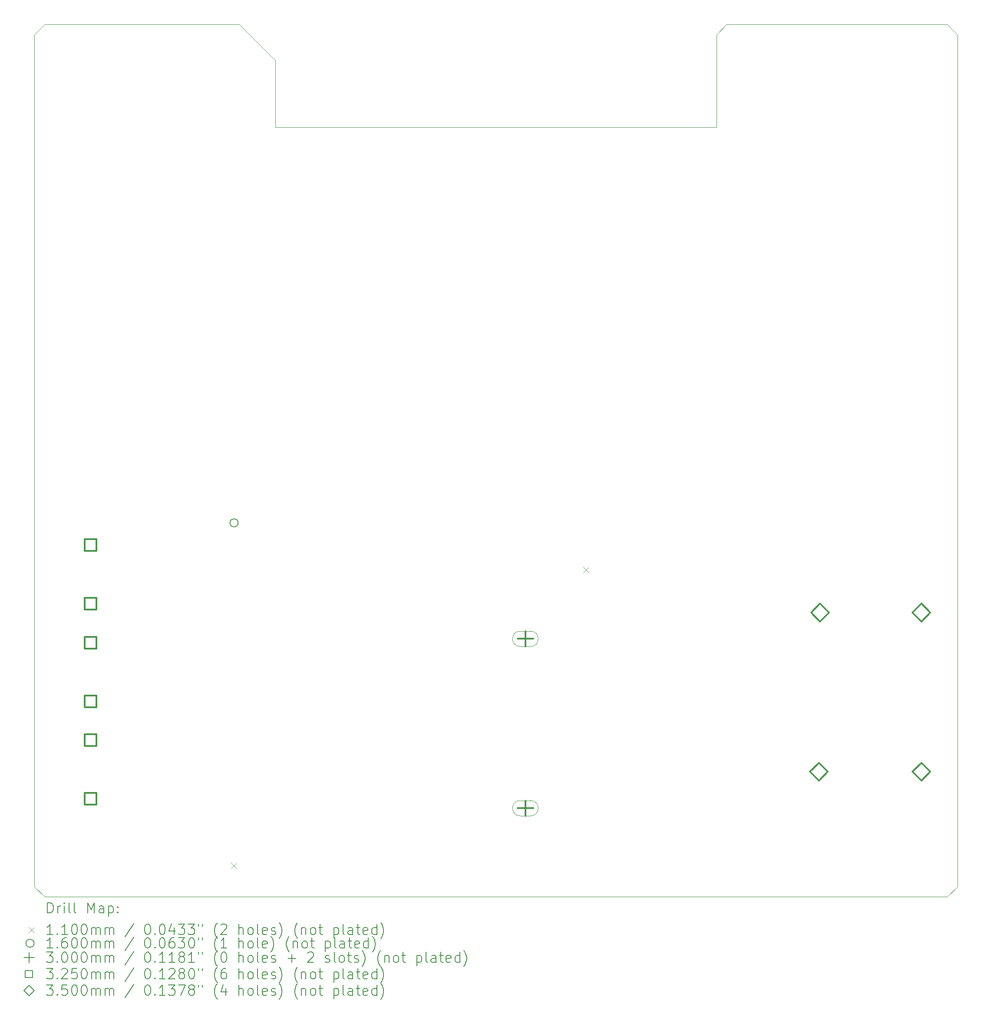
<source format=gbr>
%TF.GenerationSoftware,KiCad,Pcbnew,8.0.4+1*%
%TF.CreationDate,2024-09-19T23:45:55+00:00*%
%TF.ProjectId,hw-openmower-yardforce,68772d6f-7065-46e6-9d6f-7765722d7961,rev?*%
%TF.SameCoordinates,Original*%
%TF.FileFunction,Drillmap*%
%TF.FilePolarity,Positive*%
%FSLAX45Y45*%
G04 Gerber Fmt 4.5, Leading zero omitted, Abs format (unit mm)*
G04 Created by KiCad (PCBNEW 8.0.4+1) date 2024-09-19 23:45:55*
%MOMM*%
%LPD*%
G01*
G04 APERTURE LIST*
%ADD10C,0.050000*%
%ADD11C,0.200000*%
%ADD12C,0.110000*%
%ADD13C,0.160000*%
%ADD14C,0.300000*%
%ADD15C,0.100000*%
%ADD16C,0.325000*%
%ADD17C,0.350000*%
G04 APERTURE END LIST*
D10*
X19865000Y-18906500D02*
X20065000Y-18706500D01*
X20065000Y-18706500D02*
X20065000Y-17706500D01*
X19865000Y-1906500D02*
X15565000Y-1906500D01*
X19865000Y-18906500D02*
X2265000Y-18906500D01*
X6765000Y-3906500D02*
X6765000Y-2606500D01*
X15365000Y-3906500D02*
X6765000Y-3906500D01*
X15365000Y-2106500D02*
X15365000Y-3906500D01*
X2065000Y-2106500D02*
X2265000Y-1906500D01*
X2065000Y-18706500D02*
X2265000Y-18906500D01*
X19865000Y-1906500D02*
X20065000Y-2106500D01*
X2065000Y-18706500D02*
X2065000Y-2106500D01*
X2265000Y-1906500D02*
X6065000Y-1906500D01*
X6065000Y-1906500D02*
X6765000Y-2606500D01*
X20065000Y-17706500D02*
X20065000Y-2106500D01*
X15565000Y-1906500D02*
X15365000Y-2106500D01*
D11*
D12*
X5905000Y-18245000D02*
X6015000Y-18355000D01*
X6015000Y-18245000D02*
X5905000Y-18355000D01*
X12771000Y-12479000D02*
X12881000Y-12589000D01*
X12881000Y-12479000D02*
X12771000Y-12589000D01*
D13*
X6040000Y-11620000D02*
G75*
G02*
X5880000Y-11620000I-80000J0D01*
G01*
X5880000Y-11620000D02*
G75*
G02*
X6040000Y-11620000I80000J0D01*
G01*
D14*
X11640000Y-13730000D02*
X11640000Y-14030000D01*
X11490000Y-13880000D02*
X11790000Y-13880000D01*
D15*
X11740000Y-13730000D02*
X11540000Y-13730000D01*
X11540000Y-14030000D02*
G75*
G02*
X11540000Y-13730000I0J150000D01*
G01*
X11540000Y-14030000D02*
X11740000Y-14030000D01*
X11740000Y-14030000D02*
G75*
G03*
X11740000Y-13730000I0J150000D01*
G01*
D14*
X11640000Y-17030000D02*
X11640000Y-17330000D01*
X11490000Y-17180000D02*
X11790000Y-17180000D01*
D15*
X11740000Y-17030000D02*
X11540000Y-17030000D01*
X11540000Y-17330000D02*
G75*
G02*
X11540000Y-17030000I0J150000D01*
G01*
X11540000Y-17330000D02*
X11740000Y-17330000D01*
X11740000Y-17330000D02*
G75*
G03*
X11740000Y-17030000I0J150000D01*
G01*
D16*
X3274906Y-12168906D02*
X3274906Y-11939094D01*
X3045094Y-11939094D01*
X3045094Y-12168906D01*
X3274906Y-12168906D01*
X3274906Y-13311906D02*
X3274906Y-13082094D01*
X3045094Y-13082094D01*
X3045094Y-13311906D01*
X3274906Y-13311906D01*
X3274906Y-14068906D02*
X3274906Y-13839094D01*
X3045094Y-13839094D01*
X3045094Y-14068906D01*
X3274906Y-14068906D01*
X3274906Y-15211906D02*
X3274906Y-14982094D01*
X3045094Y-14982094D01*
X3045094Y-15211906D01*
X3274906Y-15211906D01*
X3274906Y-15968906D02*
X3274906Y-15739094D01*
X3045094Y-15739094D01*
X3045094Y-15968906D01*
X3274906Y-15968906D01*
X3274906Y-17111906D02*
X3274906Y-16882094D01*
X3045094Y-16882094D01*
X3045094Y-17111906D01*
X3274906Y-17111906D01*
D17*
X17361250Y-16643750D02*
X17536250Y-16468750D01*
X17361250Y-16293750D01*
X17186250Y-16468750D01*
X17361250Y-16643750D01*
X17386250Y-13543750D02*
X17561250Y-13368750D01*
X17386250Y-13193750D01*
X17211250Y-13368750D01*
X17386250Y-13543750D01*
X19361250Y-13543750D02*
X19536250Y-13368750D01*
X19361250Y-13193750D01*
X19186250Y-13368750D01*
X19361250Y-13543750D01*
X19361250Y-16643750D02*
X19536250Y-16468750D01*
X19361250Y-16293750D01*
X19186250Y-16468750D01*
X19361250Y-16643750D01*
D11*
X2323277Y-19220484D02*
X2323277Y-19020484D01*
X2323277Y-19020484D02*
X2370896Y-19020484D01*
X2370896Y-19020484D02*
X2399467Y-19030008D01*
X2399467Y-19030008D02*
X2418515Y-19049055D01*
X2418515Y-19049055D02*
X2428039Y-19068103D01*
X2428039Y-19068103D02*
X2437563Y-19106198D01*
X2437563Y-19106198D02*
X2437563Y-19134770D01*
X2437563Y-19134770D02*
X2428039Y-19172865D01*
X2428039Y-19172865D02*
X2418515Y-19191912D01*
X2418515Y-19191912D02*
X2399467Y-19210960D01*
X2399467Y-19210960D02*
X2370896Y-19220484D01*
X2370896Y-19220484D02*
X2323277Y-19220484D01*
X2523277Y-19220484D02*
X2523277Y-19087150D01*
X2523277Y-19125246D02*
X2532801Y-19106198D01*
X2532801Y-19106198D02*
X2542324Y-19096674D01*
X2542324Y-19096674D02*
X2561372Y-19087150D01*
X2561372Y-19087150D02*
X2580420Y-19087150D01*
X2647086Y-19220484D02*
X2647086Y-19087150D01*
X2647086Y-19020484D02*
X2637563Y-19030008D01*
X2637563Y-19030008D02*
X2647086Y-19039531D01*
X2647086Y-19039531D02*
X2656610Y-19030008D01*
X2656610Y-19030008D02*
X2647086Y-19020484D01*
X2647086Y-19020484D02*
X2647086Y-19039531D01*
X2770896Y-19220484D02*
X2751848Y-19210960D01*
X2751848Y-19210960D02*
X2742324Y-19191912D01*
X2742324Y-19191912D02*
X2742324Y-19020484D01*
X2875658Y-19220484D02*
X2856610Y-19210960D01*
X2856610Y-19210960D02*
X2847086Y-19191912D01*
X2847086Y-19191912D02*
X2847086Y-19020484D01*
X3104229Y-19220484D02*
X3104229Y-19020484D01*
X3104229Y-19020484D02*
X3170896Y-19163341D01*
X3170896Y-19163341D02*
X3237562Y-19020484D01*
X3237562Y-19020484D02*
X3237562Y-19220484D01*
X3418515Y-19220484D02*
X3418515Y-19115722D01*
X3418515Y-19115722D02*
X3408991Y-19096674D01*
X3408991Y-19096674D02*
X3389943Y-19087150D01*
X3389943Y-19087150D02*
X3351848Y-19087150D01*
X3351848Y-19087150D02*
X3332801Y-19096674D01*
X3418515Y-19210960D02*
X3399467Y-19220484D01*
X3399467Y-19220484D02*
X3351848Y-19220484D01*
X3351848Y-19220484D02*
X3332801Y-19210960D01*
X3332801Y-19210960D02*
X3323277Y-19191912D01*
X3323277Y-19191912D02*
X3323277Y-19172865D01*
X3323277Y-19172865D02*
X3332801Y-19153817D01*
X3332801Y-19153817D02*
X3351848Y-19144293D01*
X3351848Y-19144293D02*
X3399467Y-19144293D01*
X3399467Y-19144293D02*
X3418515Y-19134770D01*
X3513753Y-19087150D02*
X3513753Y-19287150D01*
X3513753Y-19096674D02*
X3532801Y-19087150D01*
X3532801Y-19087150D02*
X3570896Y-19087150D01*
X3570896Y-19087150D02*
X3589943Y-19096674D01*
X3589943Y-19096674D02*
X3599467Y-19106198D01*
X3599467Y-19106198D02*
X3608991Y-19125246D01*
X3608991Y-19125246D02*
X3608991Y-19182389D01*
X3608991Y-19182389D02*
X3599467Y-19201436D01*
X3599467Y-19201436D02*
X3589943Y-19210960D01*
X3589943Y-19210960D02*
X3570896Y-19220484D01*
X3570896Y-19220484D02*
X3532801Y-19220484D01*
X3532801Y-19220484D02*
X3513753Y-19210960D01*
X3694705Y-19201436D02*
X3704229Y-19210960D01*
X3704229Y-19210960D02*
X3694705Y-19220484D01*
X3694705Y-19220484D02*
X3685182Y-19210960D01*
X3685182Y-19210960D02*
X3694705Y-19201436D01*
X3694705Y-19201436D02*
X3694705Y-19220484D01*
X3694705Y-19096674D02*
X3704229Y-19106198D01*
X3704229Y-19106198D02*
X3694705Y-19115722D01*
X3694705Y-19115722D02*
X3685182Y-19106198D01*
X3685182Y-19106198D02*
X3694705Y-19096674D01*
X3694705Y-19096674D02*
X3694705Y-19115722D01*
D12*
X1952500Y-19494000D02*
X2062500Y-19604000D01*
X2062500Y-19494000D02*
X1952500Y-19604000D01*
D11*
X2428039Y-19640484D02*
X2313753Y-19640484D01*
X2370896Y-19640484D02*
X2370896Y-19440484D01*
X2370896Y-19440484D02*
X2351848Y-19469055D01*
X2351848Y-19469055D02*
X2332801Y-19488103D01*
X2332801Y-19488103D02*
X2313753Y-19497627D01*
X2513753Y-19621436D02*
X2523277Y-19630960D01*
X2523277Y-19630960D02*
X2513753Y-19640484D01*
X2513753Y-19640484D02*
X2504229Y-19630960D01*
X2504229Y-19630960D02*
X2513753Y-19621436D01*
X2513753Y-19621436D02*
X2513753Y-19640484D01*
X2713753Y-19640484D02*
X2599467Y-19640484D01*
X2656610Y-19640484D02*
X2656610Y-19440484D01*
X2656610Y-19440484D02*
X2637563Y-19469055D01*
X2637563Y-19469055D02*
X2618515Y-19488103D01*
X2618515Y-19488103D02*
X2599467Y-19497627D01*
X2837562Y-19440484D02*
X2856610Y-19440484D01*
X2856610Y-19440484D02*
X2875658Y-19450008D01*
X2875658Y-19450008D02*
X2885182Y-19459531D01*
X2885182Y-19459531D02*
X2894705Y-19478579D01*
X2894705Y-19478579D02*
X2904229Y-19516674D01*
X2904229Y-19516674D02*
X2904229Y-19564293D01*
X2904229Y-19564293D02*
X2894705Y-19602389D01*
X2894705Y-19602389D02*
X2885182Y-19621436D01*
X2885182Y-19621436D02*
X2875658Y-19630960D01*
X2875658Y-19630960D02*
X2856610Y-19640484D01*
X2856610Y-19640484D02*
X2837562Y-19640484D01*
X2837562Y-19640484D02*
X2818515Y-19630960D01*
X2818515Y-19630960D02*
X2808991Y-19621436D01*
X2808991Y-19621436D02*
X2799467Y-19602389D01*
X2799467Y-19602389D02*
X2789944Y-19564293D01*
X2789944Y-19564293D02*
X2789944Y-19516674D01*
X2789944Y-19516674D02*
X2799467Y-19478579D01*
X2799467Y-19478579D02*
X2808991Y-19459531D01*
X2808991Y-19459531D02*
X2818515Y-19450008D01*
X2818515Y-19450008D02*
X2837562Y-19440484D01*
X3028039Y-19440484D02*
X3047086Y-19440484D01*
X3047086Y-19440484D02*
X3066134Y-19450008D01*
X3066134Y-19450008D02*
X3075658Y-19459531D01*
X3075658Y-19459531D02*
X3085182Y-19478579D01*
X3085182Y-19478579D02*
X3094705Y-19516674D01*
X3094705Y-19516674D02*
X3094705Y-19564293D01*
X3094705Y-19564293D02*
X3085182Y-19602389D01*
X3085182Y-19602389D02*
X3075658Y-19621436D01*
X3075658Y-19621436D02*
X3066134Y-19630960D01*
X3066134Y-19630960D02*
X3047086Y-19640484D01*
X3047086Y-19640484D02*
X3028039Y-19640484D01*
X3028039Y-19640484D02*
X3008991Y-19630960D01*
X3008991Y-19630960D02*
X2999467Y-19621436D01*
X2999467Y-19621436D02*
X2989943Y-19602389D01*
X2989943Y-19602389D02*
X2980420Y-19564293D01*
X2980420Y-19564293D02*
X2980420Y-19516674D01*
X2980420Y-19516674D02*
X2989943Y-19478579D01*
X2989943Y-19478579D02*
X2999467Y-19459531D01*
X2999467Y-19459531D02*
X3008991Y-19450008D01*
X3008991Y-19450008D02*
X3028039Y-19440484D01*
X3180420Y-19640484D02*
X3180420Y-19507150D01*
X3180420Y-19526198D02*
X3189943Y-19516674D01*
X3189943Y-19516674D02*
X3208991Y-19507150D01*
X3208991Y-19507150D02*
X3237563Y-19507150D01*
X3237563Y-19507150D02*
X3256610Y-19516674D01*
X3256610Y-19516674D02*
X3266134Y-19535722D01*
X3266134Y-19535722D02*
X3266134Y-19640484D01*
X3266134Y-19535722D02*
X3275658Y-19516674D01*
X3275658Y-19516674D02*
X3294705Y-19507150D01*
X3294705Y-19507150D02*
X3323277Y-19507150D01*
X3323277Y-19507150D02*
X3342324Y-19516674D01*
X3342324Y-19516674D02*
X3351848Y-19535722D01*
X3351848Y-19535722D02*
X3351848Y-19640484D01*
X3447086Y-19640484D02*
X3447086Y-19507150D01*
X3447086Y-19526198D02*
X3456610Y-19516674D01*
X3456610Y-19516674D02*
X3475658Y-19507150D01*
X3475658Y-19507150D02*
X3504229Y-19507150D01*
X3504229Y-19507150D02*
X3523277Y-19516674D01*
X3523277Y-19516674D02*
X3532801Y-19535722D01*
X3532801Y-19535722D02*
X3532801Y-19640484D01*
X3532801Y-19535722D02*
X3542324Y-19516674D01*
X3542324Y-19516674D02*
X3561372Y-19507150D01*
X3561372Y-19507150D02*
X3589943Y-19507150D01*
X3589943Y-19507150D02*
X3608991Y-19516674D01*
X3608991Y-19516674D02*
X3618515Y-19535722D01*
X3618515Y-19535722D02*
X3618515Y-19640484D01*
X4008991Y-19430960D02*
X3837563Y-19688103D01*
X4266134Y-19440484D02*
X4285182Y-19440484D01*
X4285182Y-19440484D02*
X4304229Y-19450008D01*
X4304229Y-19450008D02*
X4313753Y-19459531D01*
X4313753Y-19459531D02*
X4323277Y-19478579D01*
X4323277Y-19478579D02*
X4332801Y-19516674D01*
X4332801Y-19516674D02*
X4332801Y-19564293D01*
X4332801Y-19564293D02*
X4323277Y-19602389D01*
X4323277Y-19602389D02*
X4313753Y-19621436D01*
X4313753Y-19621436D02*
X4304229Y-19630960D01*
X4304229Y-19630960D02*
X4285182Y-19640484D01*
X4285182Y-19640484D02*
X4266134Y-19640484D01*
X4266134Y-19640484D02*
X4247087Y-19630960D01*
X4247087Y-19630960D02*
X4237563Y-19621436D01*
X4237563Y-19621436D02*
X4228039Y-19602389D01*
X4228039Y-19602389D02*
X4218515Y-19564293D01*
X4218515Y-19564293D02*
X4218515Y-19516674D01*
X4218515Y-19516674D02*
X4228039Y-19478579D01*
X4228039Y-19478579D02*
X4237563Y-19459531D01*
X4237563Y-19459531D02*
X4247087Y-19450008D01*
X4247087Y-19450008D02*
X4266134Y-19440484D01*
X4418515Y-19621436D02*
X4428039Y-19630960D01*
X4428039Y-19630960D02*
X4418515Y-19640484D01*
X4418515Y-19640484D02*
X4408991Y-19630960D01*
X4408991Y-19630960D02*
X4418515Y-19621436D01*
X4418515Y-19621436D02*
X4418515Y-19640484D01*
X4551848Y-19440484D02*
X4570896Y-19440484D01*
X4570896Y-19440484D02*
X4589944Y-19450008D01*
X4589944Y-19450008D02*
X4599468Y-19459531D01*
X4599468Y-19459531D02*
X4608991Y-19478579D01*
X4608991Y-19478579D02*
X4618515Y-19516674D01*
X4618515Y-19516674D02*
X4618515Y-19564293D01*
X4618515Y-19564293D02*
X4608991Y-19602389D01*
X4608991Y-19602389D02*
X4599468Y-19621436D01*
X4599468Y-19621436D02*
X4589944Y-19630960D01*
X4589944Y-19630960D02*
X4570896Y-19640484D01*
X4570896Y-19640484D02*
X4551848Y-19640484D01*
X4551848Y-19640484D02*
X4532801Y-19630960D01*
X4532801Y-19630960D02*
X4523277Y-19621436D01*
X4523277Y-19621436D02*
X4513753Y-19602389D01*
X4513753Y-19602389D02*
X4504229Y-19564293D01*
X4504229Y-19564293D02*
X4504229Y-19516674D01*
X4504229Y-19516674D02*
X4513753Y-19478579D01*
X4513753Y-19478579D02*
X4523277Y-19459531D01*
X4523277Y-19459531D02*
X4532801Y-19450008D01*
X4532801Y-19450008D02*
X4551848Y-19440484D01*
X4789944Y-19507150D02*
X4789944Y-19640484D01*
X4742325Y-19430960D02*
X4694706Y-19573817D01*
X4694706Y-19573817D02*
X4818515Y-19573817D01*
X4875658Y-19440484D02*
X4999468Y-19440484D01*
X4999468Y-19440484D02*
X4932801Y-19516674D01*
X4932801Y-19516674D02*
X4961372Y-19516674D01*
X4961372Y-19516674D02*
X4980420Y-19526198D01*
X4980420Y-19526198D02*
X4989944Y-19535722D01*
X4989944Y-19535722D02*
X4999468Y-19554770D01*
X4999468Y-19554770D02*
X4999468Y-19602389D01*
X4999468Y-19602389D02*
X4989944Y-19621436D01*
X4989944Y-19621436D02*
X4980420Y-19630960D01*
X4980420Y-19630960D02*
X4961372Y-19640484D01*
X4961372Y-19640484D02*
X4904229Y-19640484D01*
X4904229Y-19640484D02*
X4885182Y-19630960D01*
X4885182Y-19630960D02*
X4875658Y-19621436D01*
X5066134Y-19440484D02*
X5189944Y-19440484D01*
X5189944Y-19440484D02*
X5123277Y-19516674D01*
X5123277Y-19516674D02*
X5151849Y-19516674D01*
X5151849Y-19516674D02*
X5170896Y-19526198D01*
X5170896Y-19526198D02*
X5180420Y-19535722D01*
X5180420Y-19535722D02*
X5189944Y-19554770D01*
X5189944Y-19554770D02*
X5189944Y-19602389D01*
X5189944Y-19602389D02*
X5180420Y-19621436D01*
X5180420Y-19621436D02*
X5170896Y-19630960D01*
X5170896Y-19630960D02*
X5151849Y-19640484D01*
X5151849Y-19640484D02*
X5094706Y-19640484D01*
X5094706Y-19640484D02*
X5075658Y-19630960D01*
X5075658Y-19630960D02*
X5066134Y-19621436D01*
X5266134Y-19440484D02*
X5266134Y-19478579D01*
X5342325Y-19440484D02*
X5342325Y-19478579D01*
X5637563Y-19716674D02*
X5628039Y-19707150D01*
X5628039Y-19707150D02*
X5608991Y-19678579D01*
X5608991Y-19678579D02*
X5599468Y-19659531D01*
X5599468Y-19659531D02*
X5589944Y-19630960D01*
X5589944Y-19630960D02*
X5580420Y-19583341D01*
X5580420Y-19583341D02*
X5580420Y-19545246D01*
X5580420Y-19545246D02*
X5589944Y-19497627D01*
X5589944Y-19497627D02*
X5599468Y-19469055D01*
X5599468Y-19469055D02*
X5608991Y-19450008D01*
X5608991Y-19450008D02*
X5628039Y-19421436D01*
X5628039Y-19421436D02*
X5637563Y-19411912D01*
X5704229Y-19459531D02*
X5713753Y-19450008D01*
X5713753Y-19450008D02*
X5732801Y-19440484D01*
X5732801Y-19440484D02*
X5780420Y-19440484D01*
X5780420Y-19440484D02*
X5799468Y-19450008D01*
X5799468Y-19450008D02*
X5808991Y-19459531D01*
X5808991Y-19459531D02*
X5818515Y-19478579D01*
X5818515Y-19478579D02*
X5818515Y-19497627D01*
X5818515Y-19497627D02*
X5808991Y-19526198D01*
X5808991Y-19526198D02*
X5694706Y-19640484D01*
X5694706Y-19640484D02*
X5818515Y-19640484D01*
X6056610Y-19640484D02*
X6056610Y-19440484D01*
X6142325Y-19640484D02*
X6142325Y-19535722D01*
X6142325Y-19535722D02*
X6132801Y-19516674D01*
X6132801Y-19516674D02*
X6113753Y-19507150D01*
X6113753Y-19507150D02*
X6085182Y-19507150D01*
X6085182Y-19507150D02*
X6066134Y-19516674D01*
X6066134Y-19516674D02*
X6056610Y-19526198D01*
X6266134Y-19640484D02*
X6247087Y-19630960D01*
X6247087Y-19630960D02*
X6237563Y-19621436D01*
X6237563Y-19621436D02*
X6228039Y-19602389D01*
X6228039Y-19602389D02*
X6228039Y-19545246D01*
X6228039Y-19545246D02*
X6237563Y-19526198D01*
X6237563Y-19526198D02*
X6247087Y-19516674D01*
X6247087Y-19516674D02*
X6266134Y-19507150D01*
X6266134Y-19507150D02*
X6294706Y-19507150D01*
X6294706Y-19507150D02*
X6313753Y-19516674D01*
X6313753Y-19516674D02*
X6323277Y-19526198D01*
X6323277Y-19526198D02*
X6332801Y-19545246D01*
X6332801Y-19545246D02*
X6332801Y-19602389D01*
X6332801Y-19602389D02*
X6323277Y-19621436D01*
X6323277Y-19621436D02*
X6313753Y-19630960D01*
X6313753Y-19630960D02*
X6294706Y-19640484D01*
X6294706Y-19640484D02*
X6266134Y-19640484D01*
X6447087Y-19640484D02*
X6428039Y-19630960D01*
X6428039Y-19630960D02*
X6418515Y-19611912D01*
X6418515Y-19611912D02*
X6418515Y-19440484D01*
X6599468Y-19630960D02*
X6580420Y-19640484D01*
X6580420Y-19640484D02*
X6542325Y-19640484D01*
X6542325Y-19640484D02*
X6523277Y-19630960D01*
X6523277Y-19630960D02*
X6513753Y-19611912D01*
X6513753Y-19611912D02*
X6513753Y-19535722D01*
X6513753Y-19535722D02*
X6523277Y-19516674D01*
X6523277Y-19516674D02*
X6542325Y-19507150D01*
X6542325Y-19507150D02*
X6580420Y-19507150D01*
X6580420Y-19507150D02*
X6599468Y-19516674D01*
X6599468Y-19516674D02*
X6608991Y-19535722D01*
X6608991Y-19535722D02*
X6608991Y-19554770D01*
X6608991Y-19554770D02*
X6513753Y-19573817D01*
X6685182Y-19630960D02*
X6704230Y-19640484D01*
X6704230Y-19640484D02*
X6742325Y-19640484D01*
X6742325Y-19640484D02*
X6761372Y-19630960D01*
X6761372Y-19630960D02*
X6770896Y-19611912D01*
X6770896Y-19611912D02*
X6770896Y-19602389D01*
X6770896Y-19602389D02*
X6761372Y-19583341D01*
X6761372Y-19583341D02*
X6742325Y-19573817D01*
X6742325Y-19573817D02*
X6713753Y-19573817D01*
X6713753Y-19573817D02*
X6694706Y-19564293D01*
X6694706Y-19564293D02*
X6685182Y-19545246D01*
X6685182Y-19545246D02*
X6685182Y-19535722D01*
X6685182Y-19535722D02*
X6694706Y-19516674D01*
X6694706Y-19516674D02*
X6713753Y-19507150D01*
X6713753Y-19507150D02*
X6742325Y-19507150D01*
X6742325Y-19507150D02*
X6761372Y-19516674D01*
X6837563Y-19716674D02*
X6847087Y-19707150D01*
X6847087Y-19707150D02*
X6866134Y-19678579D01*
X6866134Y-19678579D02*
X6875658Y-19659531D01*
X6875658Y-19659531D02*
X6885182Y-19630960D01*
X6885182Y-19630960D02*
X6894706Y-19583341D01*
X6894706Y-19583341D02*
X6894706Y-19545246D01*
X6894706Y-19545246D02*
X6885182Y-19497627D01*
X6885182Y-19497627D02*
X6875658Y-19469055D01*
X6875658Y-19469055D02*
X6866134Y-19450008D01*
X6866134Y-19450008D02*
X6847087Y-19421436D01*
X6847087Y-19421436D02*
X6837563Y-19411912D01*
X7199468Y-19716674D02*
X7189944Y-19707150D01*
X7189944Y-19707150D02*
X7170896Y-19678579D01*
X7170896Y-19678579D02*
X7161372Y-19659531D01*
X7161372Y-19659531D02*
X7151849Y-19630960D01*
X7151849Y-19630960D02*
X7142325Y-19583341D01*
X7142325Y-19583341D02*
X7142325Y-19545246D01*
X7142325Y-19545246D02*
X7151849Y-19497627D01*
X7151849Y-19497627D02*
X7161372Y-19469055D01*
X7161372Y-19469055D02*
X7170896Y-19450008D01*
X7170896Y-19450008D02*
X7189944Y-19421436D01*
X7189944Y-19421436D02*
X7199468Y-19411912D01*
X7275658Y-19507150D02*
X7275658Y-19640484D01*
X7275658Y-19526198D02*
X7285182Y-19516674D01*
X7285182Y-19516674D02*
X7304230Y-19507150D01*
X7304230Y-19507150D02*
X7332801Y-19507150D01*
X7332801Y-19507150D02*
X7351849Y-19516674D01*
X7351849Y-19516674D02*
X7361372Y-19535722D01*
X7361372Y-19535722D02*
X7361372Y-19640484D01*
X7485182Y-19640484D02*
X7466134Y-19630960D01*
X7466134Y-19630960D02*
X7456611Y-19621436D01*
X7456611Y-19621436D02*
X7447087Y-19602389D01*
X7447087Y-19602389D02*
X7447087Y-19545246D01*
X7447087Y-19545246D02*
X7456611Y-19526198D01*
X7456611Y-19526198D02*
X7466134Y-19516674D01*
X7466134Y-19516674D02*
X7485182Y-19507150D01*
X7485182Y-19507150D02*
X7513753Y-19507150D01*
X7513753Y-19507150D02*
X7532801Y-19516674D01*
X7532801Y-19516674D02*
X7542325Y-19526198D01*
X7542325Y-19526198D02*
X7551849Y-19545246D01*
X7551849Y-19545246D02*
X7551849Y-19602389D01*
X7551849Y-19602389D02*
X7542325Y-19621436D01*
X7542325Y-19621436D02*
X7532801Y-19630960D01*
X7532801Y-19630960D02*
X7513753Y-19640484D01*
X7513753Y-19640484D02*
X7485182Y-19640484D01*
X7608992Y-19507150D02*
X7685182Y-19507150D01*
X7637563Y-19440484D02*
X7637563Y-19611912D01*
X7637563Y-19611912D02*
X7647087Y-19630960D01*
X7647087Y-19630960D02*
X7666134Y-19640484D01*
X7666134Y-19640484D02*
X7685182Y-19640484D01*
X7904230Y-19507150D02*
X7904230Y-19707150D01*
X7904230Y-19516674D02*
X7923277Y-19507150D01*
X7923277Y-19507150D02*
X7961373Y-19507150D01*
X7961373Y-19507150D02*
X7980420Y-19516674D01*
X7980420Y-19516674D02*
X7989944Y-19526198D01*
X7989944Y-19526198D02*
X7999468Y-19545246D01*
X7999468Y-19545246D02*
X7999468Y-19602389D01*
X7999468Y-19602389D02*
X7989944Y-19621436D01*
X7989944Y-19621436D02*
X7980420Y-19630960D01*
X7980420Y-19630960D02*
X7961373Y-19640484D01*
X7961373Y-19640484D02*
X7923277Y-19640484D01*
X7923277Y-19640484D02*
X7904230Y-19630960D01*
X8113753Y-19640484D02*
X8094706Y-19630960D01*
X8094706Y-19630960D02*
X8085182Y-19611912D01*
X8085182Y-19611912D02*
X8085182Y-19440484D01*
X8275658Y-19640484D02*
X8275658Y-19535722D01*
X8275658Y-19535722D02*
X8266134Y-19516674D01*
X8266134Y-19516674D02*
X8247087Y-19507150D01*
X8247087Y-19507150D02*
X8208992Y-19507150D01*
X8208992Y-19507150D02*
X8189944Y-19516674D01*
X8275658Y-19630960D02*
X8256611Y-19640484D01*
X8256611Y-19640484D02*
X8208992Y-19640484D01*
X8208992Y-19640484D02*
X8189944Y-19630960D01*
X8189944Y-19630960D02*
X8180420Y-19611912D01*
X8180420Y-19611912D02*
X8180420Y-19592865D01*
X8180420Y-19592865D02*
X8189944Y-19573817D01*
X8189944Y-19573817D02*
X8208992Y-19564293D01*
X8208992Y-19564293D02*
X8256611Y-19564293D01*
X8256611Y-19564293D02*
X8275658Y-19554770D01*
X8342325Y-19507150D02*
X8418515Y-19507150D01*
X8370896Y-19440484D02*
X8370896Y-19611912D01*
X8370896Y-19611912D02*
X8380420Y-19630960D01*
X8380420Y-19630960D02*
X8399468Y-19640484D01*
X8399468Y-19640484D02*
X8418515Y-19640484D01*
X8561373Y-19630960D02*
X8542325Y-19640484D01*
X8542325Y-19640484D02*
X8504230Y-19640484D01*
X8504230Y-19640484D02*
X8485182Y-19630960D01*
X8485182Y-19630960D02*
X8475658Y-19611912D01*
X8475658Y-19611912D02*
X8475658Y-19535722D01*
X8475658Y-19535722D02*
X8485182Y-19516674D01*
X8485182Y-19516674D02*
X8504230Y-19507150D01*
X8504230Y-19507150D02*
X8542325Y-19507150D01*
X8542325Y-19507150D02*
X8561373Y-19516674D01*
X8561373Y-19516674D02*
X8570896Y-19535722D01*
X8570896Y-19535722D02*
X8570896Y-19554770D01*
X8570896Y-19554770D02*
X8475658Y-19573817D01*
X8742325Y-19640484D02*
X8742325Y-19440484D01*
X8742325Y-19630960D02*
X8723277Y-19640484D01*
X8723277Y-19640484D02*
X8685182Y-19640484D01*
X8685182Y-19640484D02*
X8666135Y-19630960D01*
X8666135Y-19630960D02*
X8656611Y-19621436D01*
X8656611Y-19621436D02*
X8647087Y-19602389D01*
X8647087Y-19602389D02*
X8647087Y-19545246D01*
X8647087Y-19545246D02*
X8656611Y-19526198D01*
X8656611Y-19526198D02*
X8666135Y-19516674D01*
X8666135Y-19516674D02*
X8685182Y-19507150D01*
X8685182Y-19507150D02*
X8723277Y-19507150D01*
X8723277Y-19507150D02*
X8742325Y-19516674D01*
X8818516Y-19716674D02*
X8828039Y-19707150D01*
X8828039Y-19707150D02*
X8847087Y-19678579D01*
X8847087Y-19678579D02*
X8856611Y-19659531D01*
X8856611Y-19659531D02*
X8866135Y-19630960D01*
X8866135Y-19630960D02*
X8875658Y-19583341D01*
X8875658Y-19583341D02*
X8875658Y-19545246D01*
X8875658Y-19545246D02*
X8866135Y-19497627D01*
X8866135Y-19497627D02*
X8856611Y-19469055D01*
X8856611Y-19469055D02*
X8847087Y-19450008D01*
X8847087Y-19450008D02*
X8828039Y-19421436D01*
X8828039Y-19421436D02*
X8818516Y-19411912D01*
D13*
X2062500Y-19813000D02*
G75*
G02*
X1902500Y-19813000I-80000J0D01*
G01*
X1902500Y-19813000D02*
G75*
G02*
X2062500Y-19813000I80000J0D01*
G01*
D11*
X2428039Y-19904484D02*
X2313753Y-19904484D01*
X2370896Y-19904484D02*
X2370896Y-19704484D01*
X2370896Y-19704484D02*
X2351848Y-19733055D01*
X2351848Y-19733055D02*
X2332801Y-19752103D01*
X2332801Y-19752103D02*
X2313753Y-19761627D01*
X2513753Y-19885436D02*
X2523277Y-19894960D01*
X2523277Y-19894960D02*
X2513753Y-19904484D01*
X2513753Y-19904484D02*
X2504229Y-19894960D01*
X2504229Y-19894960D02*
X2513753Y-19885436D01*
X2513753Y-19885436D02*
X2513753Y-19904484D01*
X2694705Y-19704484D02*
X2656610Y-19704484D01*
X2656610Y-19704484D02*
X2637563Y-19714008D01*
X2637563Y-19714008D02*
X2628039Y-19723531D01*
X2628039Y-19723531D02*
X2608991Y-19752103D01*
X2608991Y-19752103D02*
X2599467Y-19790198D01*
X2599467Y-19790198D02*
X2599467Y-19866389D01*
X2599467Y-19866389D02*
X2608991Y-19885436D01*
X2608991Y-19885436D02*
X2618515Y-19894960D01*
X2618515Y-19894960D02*
X2637563Y-19904484D01*
X2637563Y-19904484D02*
X2675658Y-19904484D01*
X2675658Y-19904484D02*
X2694705Y-19894960D01*
X2694705Y-19894960D02*
X2704229Y-19885436D01*
X2704229Y-19885436D02*
X2713753Y-19866389D01*
X2713753Y-19866389D02*
X2713753Y-19818770D01*
X2713753Y-19818770D02*
X2704229Y-19799722D01*
X2704229Y-19799722D02*
X2694705Y-19790198D01*
X2694705Y-19790198D02*
X2675658Y-19780674D01*
X2675658Y-19780674D02*
X2637563Y-19780674D01*
X2637563Y-19780674D02*
X2618515Y-19790198D01*
X2618515Y-19790198D02*
X2608991Y-19799722D01*
X2608991Y-19799722D02*
X2599467Y-19818770D01*
X2837562Y-19704484D02*
X2856610Y-19704484D01*
X2856610Y-19704484D02*
X2875658Y-19714008D01*
X2875658Y-19714008D02*
X2885182Y-19723531D01*
X2885182Y-19723531D02*
X2894705Y-19742579D01*
X2894705Y-19742579D02*
X2904229Y-19780674D01*
X2904229Y-19780674D02*
X2904229Y-19828293D01*
X2904229Y-19828293D02*
X2894705Y-19866389D01*
X2894705Y-19866389D02*
X2885182Y-19885436D01*
X2885182Y-19885436D02*
X2875658Y-19894960D01*
X2875658Y-19894960D02*
X2856610Y-19904484D01*
X2856610Y-19904484D02*
X2837562Y-19904484D01*
X2837562Y-19904484D02*
X2818515Y-19894960D01*
X2818515Y-19894960D02*
X2808991Y-19885436D01*
X2808991Y-19885436D02*
X2799467Y-19866389D01*
X2799467Y-19866389D02*
X2789944Y-19828293D01*
X2789944Y-19828293D02*
X2789944Y-19780674D01*
X2789944Y-19780674D02*
X2799467Y-19742579D01*
X2799467Y-19742579D02*
X2808991Y-19723531D01*
X2808991Y-19723531D02*
X2818515Y-19714008D01*
X2818515Y-19714008D02*
X2837562Y-19704484D01*
X3028039Y-19704484D02*
X3047086Y-19704484D01*
X3047086Y-19704484D02*
X3066134Y-19714008D01*
X3066134Y-19714008D02*
X3075658Y-19723531D01*
X3075658Y-19723531D02*
X3085182Y-19742579D01*
X3085182Y-19742579D02*
X3094705Y-19780674D01*
X3094705Y-19780674D02*
X3094705Y-19828293D01*
X3094705Y-19828293D02*
X3085182Y-19866389D01*
X3085182Y-19866389D02*
X3075658Y-19885436D01*
X3075658Y-19885436D02*
X3066134Y-19894960D01*
X3066134Y-19894960D02*
X3047086Y-19904484D01*
X3047086Y-19904484D02*
X3028039Y-19904484D01*
X3028039Y-19904484D02*
X3008991Y-19894960D01*
X3008991Y-19894960D02*
X2999467Y-19885436D01*
X2999467Y-19885436D02*
X2989943Y-19866389D01*
X2989943Y-19866389D02*
X2980420Y-19828293D01*
X2980420Y-19828293D02*
X2980420Y-19780674D01*
X2980420Y-19780674D02*
X2989943Y-19742579D01*
X2989943Y-19742579D02*
X2999467Y-19723531D01*
X2999467Y-19723531D02*
X3008991Y-19714008D01*
X3008991Y-19714008D02*
X3028039Y-19704484D01*
X3180420Y-19904484D02*
X3180420Y-19771150D01*
X3180420Y-19790198D02*
X3189943Y-19780674D01*
X3189943Y-19780674D02*
X3208991Y-19771150D01*
X3208991Y-19771150D02*
X3237563Y-19771150D01*
X3237563Y-19771150D02*
X3256610Y-19780674D01*
X3256610Y-19780674D02*
X3266134Y-19799722D01*
X3266134Y-19799722D02*
X3266134Y-19904484D01*
X3266134Y-19799722D02*
X3275658Y-19780674D01*
X3275658Y-19780674D02*
X3294705Y-19771150D01*
X3294705Y-19771150D02*
X3323277Y-19771150D01*
X3323277Y-19771150D02*
X3342324Y-19780674D01*
X3342324Y-19780674D02*
X3351848Y-19799722D01*
X3351848Y-19799722D02*
X3351848Y-19904484D01*
X3447086Y-19904484D02*
X3447086Y-19771150D01*
X3447086Y-19790198D02*
X3456610Y-19780674D01*
X3456610Y-19780674D02*
X3475658Y-19771150D01*
X3475658Y-19771150D02*
X3504229Y-19771150D01*
X3504229Y-19771150D02*
X3523277Y-19780674D01*
X3523277Y-19780674D02*
X3532801Y-19799722D01*
X3532801Y-19799722D02*
X3532801Y-19904484D01*
X3532801Y-19799722D02*
X3542324Y-19780674D01*
X3542324Y-19780674D02*
X3561372Y-19771150D01*
X3561372Y-19771150D02*
X3589943Y-19771150D01*
X3589943Y-19771150D02*
X3608991Y-19780674D01*
X3608991Y-19780674D02*
X3618515Y-19799722D01*
X3618515Y-19799722D02*
X3618515Y-19904484D01*
X4008991Y-19694960D02*
X3837563Y-19952103D01*
X4266134Y-19704484D02*
X4285182Y-19704484D01*
X4285182Y-19704484D02*
X4304229Y-19714008D01*
X4304229Y-19714008D02*
X4313753Y-19723531D01*
X4313753Y-19723531D02*
X4323277Y-19742579D01*
X4323277Y-19742579D02*
X4332801Y-19780674D01*
X4332801Y-19780674D02*
X4332801Y-19828293D01*
X4332801Y-19828293D02*
X4323277Y-19866389D01*
X4323277Y-19866389D02*
X4313753Y-19885436D01*
X4313753Y-19885436D02*
X4304229Y-19894960D01*
X4304229Y-19894960D02*
X4285182Y-19904484D01*
X4285182Y-19904484D02*
X4266134Y-19904484D01*
X4266134Y-19904484D02*
X4247087Y-19894960D01*
X4247087Y-19894960D02*
X4237563Y-19885436D01*
X4237563Y-19885436D02*
X4228039Y-19866389D01*
X4228039Y-19866389D02*
X4218515Y-19828293D01*
X4218515Y-19828293D02*
X4218515Y-19780674D01*
X4218515Y-19780674D02*
X4228039Y-19742579D01*
X4228039Y-19742579D02*
X4237563Y-19723531D01*
X4237563Y-19723531D02*
X4247087Y-19714008D01*
X4247087Y-19714008D02*
X4266134Y-19704484D01*
X4418515Y-19885436D02*
X4428039Y-19894960D01*
X4428039Y-19894960D02*
X4418515Y-19904484D01*
X4418515Y-19904484D02*
X4408991Y-19894960D01*
X4408991Y-19894960D02*
X4418515Y-19885436D01*
X4418515Y-19885436D02*
X4418515Y-19904484D01*
X4551848Y-19704484D02*
X4570896Y-19704484D01*
X4570896Y-19704484D02*
X4589944Y-19714008D01*
X4589944Y-19714008D02*
X4599468Y-19723531D01*
X4599468Y-19723531D02*
X4608991Y-19742579D01*
X4608991Y-19742579D02*
X4618515Y-19780674D01*
X4618515Y-19780674D02*
X4618515Y-19828293D01*
X4618515Y-19828293D02*
X4608991Y-19866389D01*
X4608991Y-19866389D02*
X4599468Y-19885436D01*
X4599468Y-19885436D02*
X4589944Y-19894960D01*
X4589944Y-19894960D02*
X4570896Y-19904484D01*
X4570896Y-19904484D02*
X4551848Y-19904484D01*
X4551848Y-19904484D02*
X4532801Y-19894960D01*
X4532801Y-19894960D02*
X4523277Y-19885436D01*
X4523277Y-19885436D02*
X4513753Y-19866389D01*
X4513753Y-19866389D02*
X4504229Y-19828293D01*
X4504229Y-19828293D02*
X4504229Y-19780674D01*
X4504229Y-19780674D02*
X4513753Y-19742579D01*
X4513753Y-19742579D02*
X4523277Y-19723531D01*
X4523277Y-19723531D02*
X4532801Y-19714008D01*
X4532801Y-19714008D02*
X4551848Y-19704484D01*
X4789944Y-19704484D02*
X4751848Y-19704484D01*
X4751848Y-19704484D02*
X4732801Y-19714008D01*
X4732801Y-19714008D02*
X4723277Y-19723531D01*
X4723277Y-19723531D02*
X4704229Y-19752103D01*
X4704229Y-19752103D02*
X4694706Y-19790198D01*
X4694706Y-19790198D02*
X4694706Y-19866389D01*
X4694706Y-19866389D02*
X4704229Y-19885436D01*
X4704229Y-19885436D02*
X4713753Y-19894960D01*
X4713753Y-19894960D02*
X4732801Y-19904484D01*
X4732801Y-19904484D02*
X4770896Y-19904484D01*
X4770896Y-19904484D02*
X4789944Y-19894960D01*
X4789944Y-19894960D02*
X4799468Y-19885436D01*
X4799468Y-19885436D02*
X4808991Y-19866389D01*
X4808991Y-19866389D02*
X4808991Y-19818770D01*
X4808991Y-19818770D02*
X4799468Y-19799722D01*
X4799468Y-19799722D02*
X4789944Y-19790198D01*
X4789944Y-19790198D02*
X4770896Y-19780674D01*
X4770896Y-19780674D02*
X4732801Y-19780674D01*
X4732801Y-19780674D02*
X4713753Y-19790198D01*
X4713753Y-19790198D02*
X4704229Y-19799722D01*
X4704229Y-19799722D02*
X4694706Y-19818770D01*
X4875658Y-19704484D02*
X4999468Y-19704484D01*
X4999468Y-19704484D02*
X4932801Y-19780674D01*
X4932801Y-19780674D02*
X4961372Y-19780674D01*
X4961372Y-19780674D02*
X4980420Y-19790198D01*
X4980420Y-19790198D02*
X4989944Y-19799722D01*
X4989944Y-19799722D02*
X4999468Y-19818770D01*
X4999468Y-19818770D02*
X4999468Y-19866389D01*
X4999468Y-19866389D02*
X4989944Y-19885436D01*
X4989944Y-19885436D02*
X4980420Y-19894960D01*
X4980420Y-19894960D02*
X4961372Y-19904484D01*
X4961372Y-19904484D02*
X4904229Y-19904484D01*
X4904229Y-19904484D02*
X4885182Y-19894960D01*
X4885182Y-19894960D02*
X4875658Y-19885436D01*
X5123277Y-19704484D02*
X5142325Y-19704484D01*
X5142325Y-19704484D02*
X5161372Y-19714008D01*
X5161372Y-19714008D02*
X5170896Y-19723531D01*
X5170896Y-19723531D02*
X5180420Y-19742579D01*
X5180420Y-19742579D02*
X5189944Y-19780674D01*
X5189944Y-19780674D02*
X5189944Y-19828293D01*
X5189944Y-19828293D02*
X5180420Y-19866389D01*
X5180420Y-19866389D02*
X5170896Y-19885436D01*
X5170896Y-19885436D02*
X5161372Y-19894960D01*
X5161372Y-19894960D02*
X5142325Y-19904484D01*
X5142325Y-19904484D02*
X5123277Y-19904484D01*
X5123277Y-19904484D02*
X5104229Y-19894960D01*
X5104229Y-19894960D02*
X5094706Y-19885436D01*
X5094706Y-19885436D02*
X5085182Y-19866389D01*
X5085182Y-19866389D02*
X5075658Y-19828293D01*
X5075658Y-19828293D02*
X5075658Y-19780674D01*
X5075658Y-19780674D02*
X5085182Y-19742579D01*
X5085182Y-19742579D02*
X5094706Y-19723531D01*
X5094706Y-19723531D02*
X5104229Y-19714008D01*
X5104229Y-19714008D02*
X5123277Y-19704484D01*
X5266134Y-19704484D02*
X5266134Y-19742579D01*
X5342325Y-19704484D02*
X5342325Y-19742579D01*
X5637563Y-19980674D02*
X5628039Y-19971150D01*
X5628039Y-19971150D02*
X5608991Y-19942579D01*
X5608991Y-19942579D02*
X5599468Y-19923531D01*
X5599468Y-19923531D02*
X5589944Y-19894960D01*
X5589944Y-19894960D02*
X5580420Y-19847341D01*
X5580420Y-19847341D02*
X5580420Y-19809246D01*
X5580420Y-19809246D02*
X5589944Y-19761627D01*
X5589944Y-19761627D02*
X5599468Y-19733055D01*
X5599468Y-19733055D02*
X5608991Y-19714008D01*
X5608991Y-19714008D02*
X5628039Y-19685436D01*
X5628039Y-19685436D02*
X5637563Y-19675912D01*
X5818515Y-19904484D02*
X5704229Y-19904484D01*
X5761372Y-19904484D02*
X5761372Y-19704484D01*
X5761372Y-19704484D02*
X5742325Y-19733055D01*
X5742325Y-19733055D02*
X5723277Y-19752103D01*
X5723277Y-19752103D02*
X5704229Y-19761627D01*
X6056610Y-19904484D02*
X6056610Y-19704484D01*
X6142325Y-19904484D02*
X6142325Y-19799722D01*
X6142325Y-19799722D02*
X6132801Y-19780674D01*
X6132801Y-19780674D02*
X6113753Y-19771150D01*
X6113753Y-19771150D02*
X6085182Y-19771150D01*
X6085182Y-19771150D02*
X6066134Y-19780674D01*
X6066134Y-19780674D02*
X6056610Y-19790198D01*
X6266134Y-19904484D02*
X6247087Y-19894960D01*
X6247087Y-19894960D02*
X6237563Y-19885436D01*
X6237563Y-19885436D02*
X6228039Y-19866389D01*
X6228039Y-19866389D02*
X6228039Y-19809246D01*
X6228039Y-19809246D02*
X6237563Y-19790198D01*
X6237563Y-19790198D02*
X6247087Y-19780674D01*
X6247087Y-19780674D02*
X6266134Y-19771150D01*
X6266134Y-19771150D02*
X6294706Y-19771150D01*
X6294706Y-19771150D02*
X6313753Y-19780674D01*
X6313753Y-19780674D02*
X6323277Y-19790198D01*
X6323277Y-19790198D02*
X6332801Y-19809246D01*
X6332801Y-19809246D02*
X6332801Y-19866389D01*
X6332801Y-19866389D02*
X6323277Y-19885436D01*
X6323277Y-19885436D02*
X6313753Y-19894960D01*
X6313753Y-19894960D02*
X6294706Y-19904484D01*
X6294706Y-19904484D02*
X6266134Y-19904484D01*
X6447087Y-19904484D02*
X6428039Y-19894960D01*
X6428039Y-19894960D02*
X6418515Y-19875912D01*
X6418515Y-19875912D02*
X6418515Y-19704484D01*
X6599468Y-19894960D02*
X6580420Y-19904484D01*
X6580420Y-19904484D02*
X6542325Y-19904484D01*
X6542325Y-19904484D02*
X6523277Y-19894960D01*
X6523277Y-19894960D02*
X6513753Y-19875912D01*
X6513753Y-19875912D02*
X6513753Y-19799722D01*
X6513753Y-19799722D02*
X6523277Y-19780674D01*
X6523277Y-19780674D02*
X6542325Y-19771150D01*
X6542325Y-19771150D02*
X6580420Y-19771150D01*
X6580420Y-19771150D02*
X6599468Y-19780674D01*
X6599468Y-19780674D02*
X6608991Y-19799722D01*
X6608991Y-19799722D02*
X6608991Y-19818770D01*
X6608991Y-19818770D02*
X6513753Y-19837817D01*
X6675658Y-19980674D02*
X6685182Y-19971150D01*
X6685182Y-19971150D02*
X6704230Y-19942579D01*
X6704230Y-19942579D02*
X6713753Y-19923531D01*
X6713753Y-19923531D02*
X6723277Y-19894960D01*
X6723277Y-19894960D02*
X6732801Y-19847341D01*
X6732801Y-19847341D02*
X6732801Y-19809246D01*
X6732801Y-19809246D02*
X6723277Y-19761627D01*
X6723277Y-19761627D02*
X6713753Y-19733055D01*
X6713753Y-19733055D02*
X6704230Y-19714008D01*
X6704230Y-19714008D02*
X6685182Y-19685436D01*
X6685182Y-19685436D02*
X6675658Y-19675912D01*
X7037563Y-19980674D02*
X7028039Y-19971150D01*
X7028039Y-19971150D02*
X7008991Y-19942579D01*
X7008991Y-19942579D02*
X6999468Y-19923531D01*
X6999468Y-19923531D02*
X6989944Y-19894960D01*
X6989944Y-19894960D02*
X6980420Y-19847341D01*
X6980420Y-19847341D02*
X6980420Y-19809246D01*
X6980420Y-19809246D02*
X6989944Y-19761627D01*
X6989944Y-19761627D02*
X6999468Y-19733055D01*
X6999468Y-19733055D02*
X7008991Y-19714008D01*
X7008991Y-19714008D02*
X7028039Y-19685436D01*
X7028039Y-19685436D02*
X7037563Y-19675912D01*
X7113753Y-19771150D02*
X7113753Y-19904484D01*
X7113753Y-19790198D02*
X7123277Y-19780674D01*
X7123277Y-19780674D02*
X7142325Y-19771150D01*
X7142325Y-19771150D02*
X7170896Y-19771150D01*
X7170896Y-19771150D02*
X7189944Y-19780674D01*
X7189944Y-19780674D02*
X7199468Y-19799722D01*
X7199468Y-19799722D02*
X7199468Y-19904484D01*
X7323277Y-19904484D02*
X7304230Y-19894960D01*
X7304230Y-19894960D02*
X7294706Y-19885436D01*
X7294706Y-19885436D02*
X7285182Y-19866389D01*
X7285182Y-19866389D02*
X7285182Y-19809246D01*
X7285182Y-19809246D02*
X7294706Y-19790198D01*
X7294706Y-19790198D02*
X7304230Y-19780674D01*
X7304230Y-19780674D02*
X7323277Y-19771150D01*
X7323277Y-19771150D02*
X7351849Y-19771150D01*
X7351849Y-19771150D02*
X7370896Y-19780674D01*
X7370896Y-19780674D02*
X7380420Y-19790198D01*
X7380420Y-19790198D02*
X7389944Y-19809246D01*
X7389944Y-19809246D02*
X7389944Y-19866389D01*
X7389944Y-19866389D02*
X7380420Y-19885436D01*
X7380420Y-19885436D02*
X7370896Y-19894960D01*
X7370896Y-19894960D02*
X7351849Y-19904484D01*
X7351849Y-19904484D02*
X7323277Y-19904484D01*
X7447087Y-19771150D02*
X7523277Y-19771150D01*
X7475658Y-19704484D02*
X7475658Y-19875912D01*
X7475658Y-19875912D02*
X7485182Y-19894960D01*
X7485182Y-19894960D02*
X7504230Y-19904484D01*
X7504230Y-19904484D02*
X7523277Y-19904484D01*
X7742325Y-19771150D02*
X7742325Y-19971150D01*
X7742325Y-19780674D02*
X7761372Y-19771150D01*
X7761372Y-19771150D02*
X7799468Y-19771150D01*
X7799468Y-19771150D02*
X7818515Y-19780674D01*
X7818515Y-19780674D02*
X7828039Y-19790198D01*
X7828039Y-19790198D02*
X7837563Y-19809246D01*
X7837563Y-19809246D02*
X7837563Y-19866389D01*
X7837563Y-19866389D02*
X7828039Y-19885436D01*
X7828039Y-19885436D02*
X7818515Y-19894960D01*
X7818515Y-19894960D02*
X7799468Y-19904484D01*
X7799468Y-19904484D02*
X7761372Y-19904484D01*
X7761372Y-19904484D02*
X7742325Y-19894960D01*
X7951849Y-19904484D02*
X7932801Y-19894960D01*
X7932801Y-19894960D02*
X7923277Y-19875912D01*
X7923277Y-19875912D02*
X7923277Y-19704484D01*
X8113753Y-19904484D02*
X8113753Y-19799722D01*
X8113753Y-19799722D02*
X8104230Y-19780674D01*
X8104230Y-19780674D02*
X8085182Y-19771150D01*
X8085182Y-19771150D02*
X8047087Y-19771150D01*
X8047087Y-19771150D02*
X8028039Y-19780674D01*
X8113753Y-19894960D02*
X8094706Y-19904484D01*
X8094706Y-19904484D02*
X8047087Y-19904484D01*
X8047087Y-19904484D02*
X8028039Y-19894960D01*
X8028039Y-19894960D02*
X8018515Y-19875912D01*
X8018515Y-19875912D02*
X8018515Y-19856865D01*
X8018515Y-19856865D02*
X8028039Y-19837817D01*
X8028039Y-19837817D02*
X8047087Y-19828293D01*
X8047087Y-19828293D02*
X8094706Y-19828293D01*
X8094706Y-19828293D02*
X8113753Y-19818770D01*
X8180420Y-19771150D02*
X8256611Y-19771150D01*
X8208992Y-19704484D02*
X8208992Y-19875912D01*
X8208992Y-19875912D02*
X8218515Y-19894960D01*
X8218515Y-19894960D02*
X8237563Y-19904484D01*
X8237563Y-19904484D02*
X8256611Y-19904484D01*
X8399468Y-19894960D02*
X8380420Y-19904484D01*
X8380420Y-19904484D02*
X8342325Y-19904484D01*
X8342325Y-19904484D02*
X8323277Y-19894960D01*
X8323277Y-19894960D02*
X8313753Y-19875912D01*
X8313753Y-19875912D02*
X8313753Y-19799722D01*
X8313753Y-19799722D02*
X8323277Y-19780674D01*
X8323277Y-19780674D02*
X8342325Y-19771150D01*
X8342325Y-19771150D02*
X8380420Y-19771150D01*
X8380420Y-19771150D02*
X8399468Y-19780674D01*
X8399468Y-19780674D02*
X8408992Y-19799722D01*
X8408992Y-19799722D02*
X8408992Y-19818770D01*
X8408992Y-19818770D02*
X8313753Y-19837817D01*
X8580420Y-19904484D02*
X8580420Y-19704484D01*
X8580420Y-19894960D02*
X8561373Y-19904484D01*
X8561373Y-19904484D02*
X8523277Y-19904484D01*
X8523277Y-19904484D02*
X8504230Y-19894960D01*
X8504230Y-19894960D02*
X8494706Y-19885436D01*
X8494706Y-19885436D02*
X8485182Y-19866389D01*
X8485182Y-19866389D02*
X8485182Y-19809246D01*
X8485182Y-19809246D02*
X8494706Y-19790198D01*
X8494706Y-19790198D02*
X8504230Y-19780674D01*
X8504230Y-19780674D02*
X8523277Y-19771150D01*
X8523277Y-19771150D02*
X8561373Y-19771150D01*
X8561373Y-19771150D02*
X8580420Y-19780674D01*
X8656611Y-19980674D02*
X8666135Y-19971150D01*
X8666135Y-19971150D02*
X8685182Y-19942579D01*
X8685182Y-19942579D02*
X8694706Y-19923531D01*
X8694706Y-19923531D02*
X8704230Y-19894960D01*
X8704230Y-19894960D02*
X8713754Y-19847341D01*
X8713754Y-19847341D02*
X8713754Y-19809246D01*
X8713754Y-19809246D02*
X8704230Y-19761627D01*
X8704230Y-19761627D02*
X8694706Y-19733055D01*
X8694706Y-19733055D02*
X8685182Y-19714008D01*
X8685182Y-19714008D02*
X8666135Y-19685436D01*
X8666135Y-19685436D02*
X8656611Y-19675912D01*
X1962500Y-19993000D02*
X1962500Y-20193000D01*
X1862500Y-20093000D02*
X2062500Y-20093000D01*
X2304229Y-19984484D02*
X2428039Y-19984484D01*
X2428039Y-19984484D02*
X2361372Y-20060674D01*
X2361372Y-20060674D02*
X2389944Y-20060674D01*
X2389944Y-20060674D02*
X2408991Y-20070198D01*
X2408991Y-20070198D02*
X2418515Y-20079722D01*
X2418515Y-20079722D02*
X2428039Y-20098770D01*
X2428039Y-20098770D02*
X2428039Y-20146389D01*
X2428039Y-20146389D02*
X2418515Y-20165436D01*
X2418515Y-20165436D02*
X2408991Y-20174960D01*
X2408991Y-20174960D02*
X2389944Y-20184484D01*
X2389944Y-20184484D02*
X2332801Y-20184484D01*
X2332801Y-20184484D02*
X2313753Y-20174960D01*
X2313753Y-20174960D02*
X2304229Y-20165436D01*
X2513753Y-20165436D02*
X2523277Y-20174960D01*
X2523277Y-20174960D02*
X2513753Y-20184484D01*
X2513753Y-20184484D02*
X2504229Y-20174960D01*
X2504229Y-20174960D02*
X2513753Y-20165436D01*
X2513753Y-20165436D02*
X2513753Y-20184484D01*
X2647086Y-19984484D02*
X2666134Y-19984484D01*
X2666134Y-19984484D02*
X2685182Y-19994008D01*
X2685182Y-19994008D02*
X2694705Y-20003531D01*
X2694705Y-20003531D02*
X2704229Y-20022579D01*
X2704229Y-20022579D02*
X2713753Y-20060674D01*
X2713753Y-20060674D02*
X2713753Y-20108293D01*
X2713753Y-20108293D02*
X2704229Y-20146389D01*
X2704229Y-20146389D02*
X2694705Y-20165436D01*
X2694705Y-20165436D02*
X2685182Y-20174960D01*
X2685182Y-20174960D02*
X2666134Y-20184484D01*
X2666134Y-20184484D02*
X2647086Y-20184484D01*
X2647086Y-20184484D02*
X2628039Y-20174960D01*
X2628039Y-20174960D02*
X2618515Y-20165436D01*
X2618515Y-20165436D02*
X2608991Y-20146389D01*
X2608991Y-20146389D02*
X2599467Y-20108293D01*
X2599467Y-20108293D02*
X2599467Y-20060674D01*
X2599467Y-20060674D02*
X2608991Y-20022579D01*
X2608991Y-20022579D02*
X2618515Y-20003531D01*
X2618515Y-20003531D02*
X2628039Y-19994008D01*
X2628039Y-19994008D02*
X2647086Y-19984484D01*
X2837562Y-19984484D02*
X2856610Y-19984484D01*
X2856610Y-19984484D02*
X2875658Y-19994008D01*
X2875658Y-19994008D02*
X2885182Y-20003531D01*
X2885182Y-20003531D02*
X2894705Y-20022579D01*
X2894705Y-20022579D02*
X2904229Y-20060674D01*
X2904229Y-20060674D02*
X2904229Y-20108293D01*
X2904229Y-20108293D02*
X2894705Y-20146389D01*
X2894705Y-20146389D02*
X2885182Y-20165436D01*
X2885182Y-20165436D02*
X2875658Y-20174960D01*
X2875658Y-20174960D02*
X2856610Y-20184484D01*
X2856610Y-20184484D02*
X2837562Y-20184484D01*
X2837562Y-20184484D02*
X2818515Y-20174960D01*
X2818515Y-20174960D02*
X2808991Y-20165436D01*
X2808991Y-20165436D02*
X2799467Y-20146389D01*
X2799467Y-20146389D02*
X2789944Y-20108293D01*
X2789944Y-20108293D02*
X2789944Y-20060674D01*
X2789944Y-20060674D02*
X2799467Y-20022579D01*
X2799467Y-20022579D02*
X2808991Y-20003531D01*
X2808991Y-20003531D02*
X2818515Y-19994008D01*
X2818515Y-19994008D02*
X2837562Y-19984484D01*
X3028039Y-19984484D02*
X3047086Y-19984484D01*
X3047086Y-19984484D02*
X3066134Y-19994008D01*
X3066134Y-19994008D02*
X3075658Y-20003531D01*
X3075658Y-20003531D02*
X3085182Y-20022579D01*
X3085182Y-20022579D02*
X3094705Y-20060674D01*
X3094705Y-20060674D02*
X3094705Y-20108293D01*
X3094705Y-20108293D02*
X3085182Y-20146389D01*
X3085182Y-20146389D02*
X3075658Y-20165436D01*
X3075658Y-20165436D02*
X3066134Y-20174960D01*
X3066134Y-20174960D02*
X3047086Y-20184484D01*
X3047086Y-20184484D02*
X3028039Y-20184484D01*
X3028039Y-20184484D02*
X3008991Y-20174960D01*
X3008991Y-20174960D02*
X2999467Y-20165436D01*
X2999467Y-20165436D02*
X2989943Y-20146389D01*
X2989943Y-20146389D02*
X2980420Y-20108293D01*
X2980420Y-20108293D02*
X2980420Y-20060674D01*
X2980420Y-20060674D02*
X2989943Y-20022579D01*
X2989943Y-20022579D02*
X2999467Y-20003531D01*
X2999467Y-20003531D02*
X3008991Y-19994008D01*
X3008991Y-19994008D02*
X3028039Y-19984484D01*
X3180420Y-20184484D02*
X3180420Y-20051150D01*
X3180420Y-20070198D02*
X3189943Y-20060674D01*
X3189943Y-20060674D02*
X3208991Y-20051150D01*
X3208991Y-20051150D02*
X3237563Y-20051150D01*
X3237563Y-20051150D02*
X3256610Y-20060674D01*
X3256610Y-20060674D02*
X3266134Y-20079722D01*
X3266134Y-20079722D02*
X3266134Y-20184484D01*
X3266134Y-20079722D02*
X3275658Y-20060674D01*
X3275658Y-20060674D02*
X3294705Y-20051150D01*
X3294705Y-20051150D02*
X3323277Y-20051150D01*
X3323277Y-20051150D02*
X3342324Y-20060674D01*
X3342324Y-20060674D02*
X3351848Y-20079722D01*
X3351848Y-20079722D02*
X3351848Y-20184484D01*
X3447086Y-20184484D02*
X3447086Y-20051150D01*
X3447086Y-20070198D02*
X3456610Y-20060674D01*
X3456610Y-20060674D02*
X3475658Y-20051150D01*
X3475658Y-20051150D02*
X3504229Y-20051150D01*
X3504229Y-20051150D02*
X3523277Y-20060674D01*
X3523277Y-20060674D02*
X3532801Y-20079722D01*
X3532801Y-20079722D02*
X3532801Y-20184484D01*
X3532801Y-20079722D02*
X3542324Y-20060674D01*
X3542324Y-20060674D02*
X3561372Y-20051150D01*
X3561372Y-20051150D02*
X3589943Y-20051150D01*
X3589943Y-20051150D02*
X3608991Y-20060674D01*
X3608991Y-20060674D02*
X3618515Y-20079722D01*
X3618515Y-20079722D02*
X3618515Y-20184484D01*
X4008991Y-19974960D02*
X3837563Y-20232103D01*
X4266134Y-19984484D02*
X4285182Y-19984484D01*
X4285182Y-19984484D02*
X4304229Y-19994008D01*
X4304229Y-19994008D02*
X4313753Y-20003531D01*
X4313753Y-20003531D02*
X4323277Y-20022579D01*
X4323277Y-20022579D02*
X4332801Y-20060674D01*
X4332801Y-20060674D02*
X4332801Y-20108293D01*
X4332801Y-20108293D02*
X4323277Y-20146389D01*
X4323277Y-20146389D02*
X4313753Y-20165436D01*
X4313753Y-20165436D02*
X4304229Y-20174960D01*
X4304229Y-20174960D02*
X4285182Y-20184484D01*
X4285182Y-20184484D02*
X4266134Y-20184484D01*
X4266134Y-20184484D02*
X4247087Y-20174960D01*
X4247087Y-20174960D02*
X4237563Y-20165436D01*
X4237563Y-20165436D02*
X4228039Y-20146389D01*
X4228039Y-20146389D02*
X4218515Y-20108293D01*
X4218515Y-20108293D02*
X4218515Y-20060674D01*
X4218515Y-20060674D02*
X4228039Y-20022579D01*
X4228039Y-20022579D02*
X4237563Y-20003531D01*
X4237563Y-20003531D02*
X4247087Y-19994008D01*
X4247087Y-19994008D02*
X4266134Y-19984484D01*
X4418515Y-20165436D02*
X4428039Y-20174960D01*
X4428039Y-20174960D02*
X4418515Y-20184484D01*
X4418515Y-20184484D02*
X4408991Y-20174960D01*
X4408991Y-20174960D02*
X4418515Y-20165436D01*
X4418515Y-20165436D02*
X4418515Y-20184484D01*
X4618515Y-20184484D02*
X4504229Y-20184484D01*
X4561372Y-20184484D02*
X4561372Y-19984484D01*
X4561372Y-19984484D02*
X4542325Y-20013055D01*
X4542325Y-20013055D02*
X4523277Y-20032103D01*
X4523277Y-20032103D02*
X4504229Y-20041627D01*
X4808991Y-20184484D02*
X4694706Y-20184484D01*
X4751848Y-20184484D02*
X4751848Y-19984484D01*
X4751848Y-19984484D02*
X4732801Y-20013055D01*
X4732801Y-20013055D02*
X4713753Y-20032103D01*
X4713753Y-20032103D02*
X4694706Y-20041627D01*
X4923277Y-20070198D02*
X4904229Y-20060674D01*
X4904229Y-20060674D02*
X4894706Y-20051150D01*
X4894706Y-20051150D02*
X4885182Y-20032103D01*
X4885182Y-20032103D02*
X4885182Y-20022579D01*
X4885182Y-20022579D02*
X4894706Y-20003531D01*
X4894706Y-20003531D02*
X4904229Y-19994008D01*
X4904229Y-19994008D02*
X4923277Y-19984484D01*
X4923277Y-19984484D02*
X4961372Y-19984484D01*
X4961372Y-19984484D02*
X4980420Y-19994008D01*
X4980420Y-19994008D02*
X4989944Y-20003531D01*
X4989944Y-20003531D02*
X4999468Y-20022579D01*
X4999468Y-20022579D02*
X4999468Y-20032103D01*
X4999468Y-20032103D02*
X4989944Y-20051150D01*
X4989944Y-20051150D02*
X4980420Y-20060674D01*
X4980420Y-20060674D02*
X4961372Y-20070198D01*
X4961372Y-20070198D02*
X4923277Y-20070198D01*
X4923277Y-20070198D02*
X4904229Y-20079722D01*
X4904229Y-20079722D02*
X4894706Y-20089246D01*
X4894706Y-20089246D02*
X4885182Y-20108293D01*
X4885182Y-20108293D02*
X4885182Y-20146389D01*
X4885182Y-20146389D02*
X4894706Y-20165436D01*
X4894706Y-20165436D02*
X4904229Y-20174960D01*
X4904229Y-20174960D02*
X4923277Y-20184484D01*
X4923277Y-20184484D02*
X4961372Y-20184484D01*
X4961372Y-20184484D02*
X4980420Y-20174960D01*
X4980420Y-20174960D02*
X4989944Y-20165436D01*
X4989944Y-20165436D02*
X4999468Y-20146389D01*
X4999468Y-20146389D02*
X4999468Y-20108293D01*
X4999468Y-20108293D02*
X4989944Y-20089246D01*
X4989944Y-20089246D02*
X4980420Y-20079722D01*
X4980420Y-20079722D02*
X4961372Y-20070198D01*
X5189944Y-20184484D02*
X5075658Y-20184484D01*
X5132801Y-20184484D02*
X5132801Y-19984484D01*
X5132801Y-19984484D02*
X5113753Y-20013055D01*
X5113753Y-20013055D02*
X5094706Y-20032103D01*
X5094706Y-20032103D02*
X5075658Y-20041627D01*
X5266134Y-19984484D02*
X5266134Y-20022579D01*
X5342325Y-19984484D02*
X5342325Y-20022579D01*
X5637563Y-20260674D02*
X5628039Y-20251150D01*
X5628039Y-20251150D02*
X5608991Y-20222579D01*
X5608991Y-20222579D02*
X5599468Y-20203531D01*
X5599468Y-20203531D02*
X5589944Y-20174960D01*
X5589944Y-20174960D02*
X5580420Y-20127341D01*
X5580420Y-20127341D02*
X5580420Y-20089246D01*
X5580420Y-20089246D02*
X5589944Y-20041627D01*
X5589944Y-20041627D02*
X5599468Y-20013055D01*
X5599468Y-20013055D02*
X5608991Y-19994008D01*
X5608991Y-19994008D02*
X5628039Y-19965436D01*
X5628039Y-19965436D02*
X5637563Y-19955912D01*
X5751848Y-19984484D02*
X5770896Y-19984484D01*
X5770896Y-19984484D02*
X5789944Y-19994008D01*
X5789944Y-19994008D02*
X5799468Y-20003531D01*
X5799468Y-20003531D02*
X5808991Y-20022579D01*
X5808991Y-20022579D02*
X5818515Y-20060674D01*
X5818515Y-20060674D02*
X5818515Y-20108293D01*
X5818515Y-20108293D02*
X5808991Y-20146389D01*
X5808991Y-20146389D02*
X5799468Y-20165436D01*
X5799468Y-20165436D02*
X5789944Y-20174960D01*
X5789944Y-20174960D02*
X5770896Y-20184484D01*
X5770896Y-20184484D02*
X5751848Y-20184484D01*
X5751848Y-20184484D02*
X5732801Y-20174960D01*
X5732801Y-20174960D02*
X5723277Y-20165436D01*
X5723277Y-20165436D02*
X5713753Y-20146389D01*
X5713753Y-20146389D02*
X5704229Y-20108293D01*
X5704229Y-20108293D02*
X5704229Y-20060674D01*
X5704229Y-20060674D02*
X5713753Y-20022579D01*
X5713753Y-20022579D02*
X5723277Y-20003531D01*
X5723277Y-20003531D02*
X5732801Y-19994008D01*
X5732801Y-19994008D02*
X5751848Y-19984484D01*
X6056610Y-20184484D02*
X6056610Y-19984484D01*
X6142325Y-20184484D02*
X6142325Y-20079722D01*
X6142325Y-20079722D02*
X6132801Y-20060674D01*
X6132801Y-20060674D02*
X6113753Y-20051150D01*
X6113753Y-20051150D02*
X6085182Y-20051150D01*
X6085182Y-20051150D02*
X6066134Y-20060674D01*
X6066134Y-20060674D02*
X6056610Y-20070198D01*
X6266134Y-20184484D02*
X6247087Y-20174960D01*
X6247087Y-20174960D02*
X6237563Y-20165436D01*
X6237563Y-20165436D02*
X6228039Y-20146389D01*
X6228039Y-20146389D02*
X6228039Y-20089246D01*
X6228039Y-20089246D02*
X6237563Y-20070198D01*
X6237563Y-20070198D02*
X6247087Y-20060674D01*
X6247087Y-20060674D02*
X6266134Y-20051150D01*
X6266134Y-20051150D02*
X6294706Y-20051150D01*
X6294706Y-20051150D02*
X6313753Y-20060674D01*
X6313753Y-20060674D02*
X6323277Y-20070198D01*
X6323277Y-20070198D02*
X6332801Y-20089246D01*
X6332801Y-20089246D02*
X6332801Y-20146389D01*
X6332801Y-20146389D02*
X6323277Y-20165436D01*
X6323277Y-20165436D02*
X6313753Y-20174960D01*
X6313753Y-20174960D02*
X6294706Y-20184484D01*
X6294706Y-20184484D02*
X6266134Y-20184484D01*
X6447087Y-20184484D02*
X6428039Y-20174960D01*
X6428039Y-20174960D02*
X6418515Y-20155912D01*
X6418515Y-20155912D02*
X6418515Y-19984484D01*
X6599468Y-20174960D02*
X6580420Y-20184484D01*
X6580420Y-20184484D02*
X6542325Y-20184484D01*
X6542325Y-20184484D02*
X6523277Y-20174960D01*
X6523277Y-20174960D02*
X6513753Y-20155912D01*
X6513753Y-20155912D02*
X6513753Y-20079722D01*
X6513753Y-20079722D02*
X6523277Y-20060674D01*
X6523277Y-20060674D02*
X6542325Y-20051150D01*
X6542325Y-20051150D02*
X6580420Y-20051150D01*
X6580420Y-20051150D02*
X6599468Y-20060674D01*
X6599468Y-20060674D02*
X6608991Y-20079722D01*
X6608991Y-20079722D02*
X6608991Y-20098770D01*
X6608991Y-20098770D02*
X6513753Y-20117817D01*
X6685182Y-20174960D02*
X6704230Y-20184484D01*
X6704230Y-20184484D02*
X6742325Y-20184484D01*
X6742325Y-20184484D02*
X6761372Y-20174960D01*
X6761372Y-20174960D02*
X6770896Y-20155912D01*
X6770896Y-20155912D02*
X6770896Y-20146389D01*
X6770896Y-20146389D02*
X6761372Y-20127341D01*
X6761372Y-20127341D02*
X6742325Y-20117817D01*
X6742325Y-20117817D02*
X6713753Y-20117817D01*
X6713753Y-20117817D02*
X6694706Y-20108293D01*
X6694706Y-20108293D02*
X6685182Y-20089246D01*
X6685182Y-20089246D02*
X6685182Y-20079722D01*
X6685182Y-20079722D02*
X6694706Y-20060674D01*
X6694706Y-20060674D02*
X6713753Y-20051150D01*
X6713753Y-20051150D02*
X6742325Y-20051150D01*
X6742325Y-20051150D02*
X6761372Y-20060674D01*
X7008992Y-20108293D02*
X7161373Y-20108293D01*
X7085182Y-20184484D02*
X7085182Y-20032103D01*
X7399468Y-20003531D02*
X7408992Y-19994008D01*
X7408992Y-19994008D02*
X7428039Y-19984484D01*
X7428039Y-19984484D02*
X7475658Y-19984484D01*
X7475658Y-19984484D02*
X7494706Y-19994008D01*
X7494706Y-19994008D02*
X7504230Y-20003531D01*
X7504230Y-20003531D02*
X7513753Y-20022579D01*
X7513753Y-20022579D02*
X7513753Y-20041627D01*
X7513753Y-20041627D02*
X7504230Y-20070198D01*
X7504230Y-20070198D02*
X7389944Y-20184484D01*
X7389944Y-20184484D02*
X7513753Y-20184484D01*
X7742325Y-20174960D02*
X7761373Y-20184484D01*
X7761373Y-20184484D02*
X7799468Y-20184484D01*
X7799468Y-20184484D02*
X7818515Y-20174960D01*
X7818515Y-20174960D02*
X7828039Y-20155912D01*
X7828039Y-20155912D02*
X7828039Y-20146389D01*
X7828039Y-20146389D02*
X7818515Y-20127341D01*
X7818515Y-20127341D02*
X7799468Y-20117817D01*
X7799468Y-20117817D02*
X7770896Y-20117817D01*
X7770896Y-20117817D02*
X7751849Y-20108293D01*
X7751849Y-20108293D02*
X7742325Y-20089246D01*
X7742325Y-20089246D02*
X7742325Y-20079722D01*
X7742325Y-20079722D02*
X7751849Y-20060674D01*
X7751849Y-20060674D02*
X7770896Y-20051150D01*
X7770896Y-20051150D02*
X7799468Y-20051150D01*
X7799468Y-20051150D02*
X7818515Y-20060674D01*
X7942325Y-20184484D02*
X7923277Y-20174960D01*
X7923277Y-20174960D02*
X7913754Y-20155912D01*
X7913754Y-20155912D02*
X7913754Y-19984484D01*
X8047087Y-20184484D02*
X8028039Y-20174960D01*
X8028039Y-20174960D02*
X8018515Y-20165436D01*
X8018515Y-20165436D02*
X8008992Y-20146389D01*
X8008992Y-20146389D02*
X8008992Y-20089246D01*
X8008992Y-20089246D02*
X8018515Y-20070198D01*
X8018515Y-20070198D02*
X8028039Y-20060674D01*
X8028039Y-20060674D02*
X8047087Y-20051150D01*
X8047087Y-20051150D02*
X8075658Y-20051150D01*
X8075658Y-20051150D02*
X8094706Y-20060674D01*
X8094706Y-20060674D02*
X8104230Y-20070198D01*
X8104230Y-20070198D02*
X8113754Y-20089246D01*
X8113754Y-20089246D02*
X8113754Y-20146389D01*
X8113754Y-20146389D02*
X8104230Y-20165436D01*
X8104230Y-20165436D02*
X8094706Y-20174960D01*
X8094706Y-20174960D02*
X8075658Y-20184484D01*
X8075658Y-20184484D02*
X8047087Y-20184484D01*
X8170896Y-20051150D02*
X8247087Y-20051150D01*
X8199468Y-19984484D02*
X8199468Y-20155912D01*
X8199468Y-20155912D02*
X8208992Y-20174960D01*
X8208992Y-20174960D02*
X8228039Y-20184484D01*
X8228039Y-20184484D02*
X8247087Y-20184484D01*
X8304230Y-20174960D02*
X8323277Y-20184484D01*
X8323277Y-20184484D02*
X8361373Y-20184484D01*
X8361373Y-20184484D02*
X8380420Y-20174960D01*
X8380420Y-20174960D02*
X8389944Y-20155912D01*
X8389944Y-20155912D02*
X8389944Y-20146389D01*
X8389944Y-20146389D02*
X8380420Y-20127341D01*
X8380420Y-20127341D02*
X8361373Y-20117817D01*
X8361373Y-20117817D02*
X8332801Y-20117817D01*
X8332801Y-20117817D02*
X8313754Y-20108293D01*
X8313754Y-20108293D02*
X8304230Y-20089246D01*
X8304230Y-20089246D02*
X8304230Y-20079722D01*
X8304230Y-20079722D02*
X8313754Y-20060674D01*
X8313754Y-20060674D02*
X8332801Y-20051150D01*
X8332801Y-20051150D02*
X8361373Y-20051150D01*
X8361373Y-20051150D02*
X8380420Y-20060674D01*
X8456611Y-20260674D02*
X8466135Y-20251150D01*
X8466135Y-20251150D02*
X8485182Y-20222579D01*
X8485182Y-20222579D02*
X8494706Y-20203531D01*
X8494706Y-20203531D02*
X8504230Y-20174960D01*
X8504230Y-20174960D02*
X8513754Y-20127341D01*
X8513754Y-20127341D02*
X8513754Y-20089246D01*
X8513754Y-20089246D02*
X8504230Y-20041627D01*
X8504230Y-20041627D02*
X8494706Y-20013055D01*
X8494706Y-20013055D02*
X8485182Y-19994008D01*
X8485182Y-19994008D02*
X8466135Y-19965436D01*
X8466135Y-19965436D02*
X8456611Y-19955912D01*
X8818516Y-20260674D02*
X8808992Y-20251150D01*
X8808992Y-20251150D02*
X8789944Y-20222579D01*
X8789944Y-20222579D02*
X8780420Y-20203531D01*
X8780420Y-20203531D02*
X8770897Y-20174960D01*
X8770897Y-20174960D02*
X8761373Y-20127341D01*
X8761373Y-20127341D02*
X8761373Y-20089246D01*
X8761373Y-20089246D02*
X8770897Y-20041627D01*
X8770897Y-20041627D02*
X8780420Y-20013055D01*
X8780420Y-20013055D02*
X8789944Y-19994008D01*
X8789944Y-19994008D02*
X8808992Y-19965436D01*
X8808992Y-19965436D02*
X8818516Y-19955912D01*
X8894706Y-20051150D02*
X8894706Y-20184484D01*
X8894706Y-20070198D02*
X8904230Y-20060674D01*
X8904230Y-20060674D02*
X8923277Y-20051150D01*
X8923277Y-20051150D02*
X8951849Y-20051150D01*
X8951849Y-20051150D02*
X8970897Y-20060674D01*
X8970897Y-20060674D02*
X8980420Y-20079722D01*
X8980420Y-20079722D02*
X8980420Y-20184484D01*
X9104230Y-20184484D02*
X9085182Y-20174960D01*
X9085182Y-20174960D02*
X9075658Y-20165436D01*
X9075658Y-20165436D02*
X9066135Y-20146389D01*
X9066135Y-20146389D02*
X9066135Y-20089246D01*
X9066135Y-20089246D02*
X9075658Y-20070198D01*
X9075658Y-20070198D02*
X9085182Y-20060674D01*
X9085182Y-20060674D02*
X9104230Y-20051150D01*
X9104230Y-20051150D02*
X9132801Y-20051150D01*
X9132801Y-20051150D02*
X9151849Y-20060674D01*
X9151849Y-20060674D02*
X9161373Y-20070198D01*
X9161373Y-20070198D02*
X9170897Y-20089246D01*
X9170897Y-20089246D02*
X9170897Y-20146389D01*
X9170897Y-20146389D02*
X9161373Y-20165436D01*
X9161373Y-20165436D02*
X9151849Y-20174960D01*
X9151849Y-20174960D02*
X9132801Y-20184484D01*
X9132801Y-20184484D02*
X9104230Y-20184484D01*
X9228039Y-20051150D02*
X9304230Y-20051150D01*
X9256611Y-19984484D02*
X9256611Y-20155912D01*
X9256611Y-20155912D02*
X9266135Y-20174960D01*
X9266135Y-20174960D02*
X9285182Y-20184484D01*
X9285182Y-20184484D02*
X9304230Y-20184484D01*
X9523278Y-20051150D02*
X9523278Y-20251150D01*
X9523278Y-20060674D02*
X9542325Y-20051150D01*
X9542325Y-20051150D02*
X9580420Y-20051150D01*
X9580420Y-20051150D02*
X9599468Y-20060674D01*
X9599468Y-20060674D02*
X9608992Y-20070198D01*
X9608992Y-20070198D02*
X9618516Y-20089246D01*
X9618516Y-20089246D02*
X9618516Y-20146389D01*
X9618516Y-20146389D02*
X9608992Y-20165436D01*
X9608992Y-20165436D02*
X9599468Y-20174960D01*
X9599468Y-20174960D02*
X9580420Y-20184484D01*
X9580420Y-20184484D02*
X9542325Y-20184484D01*
X9542325Y-20184484D02*
X9523278Y-20174960D01*
X9732801Y-20184484D02*
X9713754Y-20174960D01*
X9713754Y-20174960D02*
X9704230Y-20155912D01*
X9704230Y-20155912D02*
X9704230Y-19984484D01*
X9894706Y-20184484D02*
X9894706Y-20079722D01*
X9894706Y-20079722D02*
X9885182Y-20060674D01*
X9885182Y-20060674D02*
X9866135Y-20051150D01*
X9866135Y-20051150D02*
X9828039Y-20051150D01*
X9828039Y-20051150D02*
X9808992Y-20060674D01*
X9894706Y-20174960D02*
X9875659Y-20184484D01*
X9875659Y-20184484D02*
X9828039Y-20184484D01*
X9828039Y-20184484D02*
X9808992Y-20174960D01*
X9808992Y-20174960D02*
X9799468Y-20155912D01*
X9799468Y-20155912D02*
X9799468Y-20136865D01*
X9799468Y-20136865D02*
X9808992Y-20117817D01*
X9808992Y-20117817D02*
X9828039Y-20108293D01*
X9828039Y-20108293D02*
X9875659Y-20108293D01*
X9875659Y-20108293D02*
X9894706Y-20098770D01*
X9961373Y-20051150D02*
X10037563Y-20051150D01*
X9989944Y-19984484D02*
X9989944Y-20155912D01*
X9989944Y-20155912D02*
X9999468Y-20174960D01*
X9999468Y-20174960D02*
X10018516Y-20184484D01*
X10018516Y-20184484D02*
X10037563Y-20184484D01*
X10180420Y-20174960D02*
X10161373Y-20184484D01*
X10161373Y-20184484D02*
X10123278Y-20184484D01*
X10123278Y-20184484D02*
X10104230Y-20174960D01*
X10104230Y-20174960D02*
X10094706Y-20155912D01*
X10094706Y-20155912D02*
X10094706Y-20079722D01*
X10094706Y-20079722D02*
X10104230Y-20060674D01*
X10104230Y-20060674D02*
X10123278Y-20051150D01*
X10123278Y-20051150D02*
X10161373Y-20051150D01*
X10161373Y-20051150D02*
X10180420Y-20060674D01*
X10180420Y-20060674D02*
X10189944Y-20079722D01*
X10189944Y-20079722D02*
X10189944Y-20098770D01*
X10189944Y-20098770D02*
X10094706Y-20117817D01*
X10361373Y-20184484D02*
X10361373Y-19984484D01*
X10361373Y-20174960D02*
X10342325Y-20184484D01*
X10342325Y-20184484D02*
X10304230Y-20184484D01*
X10304230Y-20184484D02*
X10285182Y-20174960D01*
X10285182Y-20174960D02*
X10275659Y-20165436D01*
X10275659Y-20165436D02*
X10266135Y-20146389D01*
X10266135Y-20146389D02*
X10266135Y-20089246D01*
X10266135Y-20089246D02*
X10275659Y-20070198D01*
X10275659Y-20070198D02*
X10285182Y-20060674D01*
X10285182Y-20060674D02*
X10304230Y-20051150D01*
X10304230Y-20051150D02*
X10342325Y-20051150D01*
X10342325Y-20051150D02*
X10361373Y-20060674D01*
X10437563Y-20260674D02*
X10447087Y-20251150D01*
X10447087Y-20251150D02*
X10466135Y-20222579D01*
X10466135Y-20222579D02*
X10475659Y-20203531D01*
X10475659Y-20203531D02*
X10485182Y-20174960D01*
X10485182Y-20174960D02*
X10494706Y-20127341D01*
X10494706Y-20127341D02*
X10494706Y-20089246D01*
X10494706Y-20089246D02*
X10485182Y-20041627D01*
X10485182Y-20041627D02*
X10475659Y-20013055D01*
X10475659Y-20013055D02*
X10466135Y-19994008D01*
X10466135Y-19994008D02*
X10447087Y-19965436D01*
X10447087Y-19965436D02*
X10437563Y-19955912D01*
X2033211Y-20483711D02*
X2033211Y-20342289D01*
X1891789Y-20342289D01*
X1891789Y-20483711D01*
X2033211Y-20483711D01*
X2304229Y-20304484D02*
X2428039Y-20304484D01*
X2428039Y-20304484D02*
X2361372Y-20380674D01*
X2361372Y-20380674D02*
X2389944Y-20380674D01*
X2389944Y-20380674D02*
X2408991Y-20390198D01*
X2408991Y-20390198D02*
X2418515Y-20399722D01*
X2418515Y-20399722D02*
X2428039Y-20418770D01*
X2428039Y-20418770D02*
X2428039Y-20466389D01*
X2428039Y-20466389D02*
X2418515Y-20485436D01*
X2418515Y-20485436D02*
X2408991Y-20494960D01*
X2408991Y-20494960D02*
X2389944Y-20504484D01*
X2389944Y-20504484D02*
X2332801Y-20504484D01*
X2332801Y-20504484D02*
X2313753Y-20494960D01*
X2313753Y-20494960D02*
X2304229Y-20485436D01*
X2513753Y-20485436D02*
X2523277Y-20494960D01*
X2523277Y-20494960D02*
X2513753Y-20504484D01*
X2513753Y-20504484D02*
X2504229Y-20494960D01*
X2504229Y-20494960D02*
X2513753Y-20485436D01*
X2513753Y-20485436D02*
X2513753Y-20504484D01*
X2599467Y-20323531D02*
X2608991Y-20314008D01*
X2608991Y-20314008D02*
X2628039Y-20304484D01*
X2628039Y-20304484D02*
X2675658Y-20304484D01*
X2675658Y-20304484D02*
X2694705Y-20314008D01*
X2694705Y-20314008D02*
X2704229Y-20323531D01*
X2704229Y-20323531D02*
X2713753Y-20342579D01*
X2713753Y-20342579D02*
X2713753Y-20361627D01*
X2713753Y-20361627D02*
X2704229Y-20390198D01*
X2704229Y-20390198D02*
X2589944Y-20504484D01*
X2589944Y-20504484D02*
X2713753Y-20504484D01*
X2894705Y-20304484D02*
X2799467Y-20304484D01*
X2799467Y-20304484D02*
X2789944Y-20399722D01*
X2789944Y-20399722D02*
X2799467Y-20390198D01*
X2799467Y-20390198D02*
X2818515Y-20380674D01*
X2818515Y-20380674D02*
X2866134Y-20380674D01*
X2866134Y-20380674D02*
X2885182Y-20390198D01*
X2885182Y-20390198D02*
X2894705Y-20399722D01*
X2894705Y-20399722D02*
X2904229Y-20418770D01*
X2904229Y-20418770D02*
X2904229Y-20466389D01*
X2904229Y-20466389D02*
X2894705Y-20485436D01*
X2894705Y-20485436D02*
X2885182Y-20494960D01*
X2885182Y-20494960D02*
X2866134Y-20504484D01*
X2866134Y-20504484D02*
X2818515Y-20504484D01*
X2818515Y-20504484D02*
X2799467Y-20494960D01*
X2799467Y-20494960D02*
X2789944Y-20485436D01*
X3028039Y-20304484D02*
X3047086Y-20304484D01*
X3047086Y-20304484D02*
X3066134Y-20314008D01*
X3066134Y-20314008D02*
X3075658Y-20323531D01*
X3075658Y-20323531D02*
X3085182Y-20342579D01*
X3085182Y-20342579D02*
X3094705Y-20380674D01*
X3094705Y-20380674D02*
X3094705Y-20428293D01*
X3094705Y-20428293D02*
X3085182Y-20466389D01*
X3085182Y-20466389D02*
X3075658Y-20485436D01*
X3075658Y-20485436D02*
X3066134Y-20494960D01*
X3066134Y-20494960D02*
X3047086Y-20504484D01*
X3047086Y-20504484D02*
X3028039Y-20504484D01*
X3028039Y-20504484D02*
X3008991Y-20494960D01*
X3008991Y-20494960D02*
X2999467Y-20485436D01*
X2999467Y-20485436D02*
X2989943Y-20466389D01*
X2989943Y-20466389D02*
X2980420Y-20428293D01*
X2980420Y-20428293D02*
X2980420Y-20380674D01*
X2980420Y-20380674D02*
X2989943Y-20342579D01*
X2989943Y-20342579D02*
X2999467Y-20323531D01*
X2999467Y-20323531D02*
X3008991Y-20314008D01*
X3008991Y-20314008D02*
X3028039Y-20304484D01*
X3180420Y-20504484D02*
X3180420Y-20371150D01*
X3180420Y-20390198D02*
X3189943Y-20380674D01*
X3189943Y-20380674D02*
X3208991Y-20371150D01*
X3208991Y-20371150D02*
X3237563Y-20371150D01*
X3237563Y-20371150D02*
X3256610Y-20380674D01*
X3256610Y-20380674D02*
X3266134Y-20399722D01*
X3266134Y-20399722D02*
X3266134Y-20504484D01*
X3266134Y-20399722D02*
X3275658Y-20380674D01*
X3275658Y-20380674D02*
X3294705Y-20371150D01*
X3294705Y-20371150D02*
X3323277Y-20371150D01*
X3323277Y-20371150D02*
X3342324Y-20380674D01*
X3342324Y-20380674D02*
X3351848Y-20399722D01*
X3351848Y-20399722D02*
X3351848Y-20504484D01*
X3447086Y-20504484D02*
X3447086Y-20371150D01*
X3447086Y-20390198D02*
X3456610Y-20380674D01*
X3456610Y-20380674D02*
X3475658Y-20371150D01*
X3475658Y-20371150D02*
X3504229Y-20371150D01*
X3504229Y-20371150D02*
X3523277Y-20380674D01*
X3523277Y-20380674D02*
X3532801Y-20399722D01*
X3532801Y-20399722D02*
X3532801Y-20504484D01*
X3532801Y-20399722D02*
X3542324Y-20380674D01*
X3542324Y-20380674D02*
X3561372Y-20371150D01*
X3561372Y-20371150D02*
X3589943Y-20371150D01*
X3589943Y-20371150D02*
X3608991Y-20380674D01*
X3608991Y-20380674D02*
X3618515Y-20399722D01*
X3618515Y-20399722D02*
X3618515Y-20504484D01*
X4008991Y-20294960D02*
X3837563Y-20552103D01*
X4266134Y-20304484D02*
X4285182Y-20304484D01*
X4285182Y-20304484D02*
X4304229Y-20314008D01*
X4304229Y-20314008D02*
X4313753Y-20323531D01*
X4313753Y-20323531D02*
X4323277Y-20342579D01*
X4323277Y-20342579D02*
X4332801Y-20380674D01*
X4332801Y-20380674D02*
X4332801Y-20428293D01*
X4332801Y-20428293D02*
X4323277Y-20466389D01*
X4323277Y-20466389D02*
X4313753Y-20485436D01*
X4313753Y-20485436D02*
X4304229Y-20494960D01*
X4304229Y-20494960D02*
X4285182Y-20504484D01*
X4285182Y-20504484D02*
X4266134Y-20504484D01*
X4266134Y-20504484D02*
X4247087Y-20494960D01*
X4247087Y-20494960D02*
X4237563Y-20485436D01*
X4237563Y-20485436D02*
X4228039Y-20466389D01*
X4228039Y-20466389D02*
X4218515Y-20428293D01*
X4218515Y-20428293D02*
X4218515Y-20380674D01*
X4218515Y-20380674D02*
X4228039Y-20342579D01*
X4228039Y-20342579D02*
X4237563Y-20323531D01*
X4237563Y-20323531D02*
X4247087Y-20314008D01*
X4247087Y-20314008D02*
X4266134Y-20304484D01*
X4418515Y-20485436D02*
X4428039Y-20494960D01*
X4428039Y-20494960D02*
X4418515Y-20504484D01*
X4418515Y-20504484D02*
X4408991Y-20494960D01*
X4408991Y-20494960D02*
X4418515Y-20485436D01*
X4418515Y-20485436D02*
X4418515Y-20504484D01*
X4618515Y-20504484D02*
X4504229Y-20504484D01*
X4561372Y-20504484D02*
X4561372Y-20304484D01*
X4561372Y-20304484D02*
X4542325Y-20333055D01*
X4542325Y-20333055D02*
X4523277Y-20352103D01*
X4523277Y-20352103D02*
X4504229Y-20361627D01*
X4694706Y-20323531D02*
X4704229Y-20314008D01*
X4704229Y-20314008D02*
X4723277Y-20304484D01*
X4723277Y-20304484D02*
X4770896Y-20304484D01*
X4770896Y-20304484D02*
X4789944Y-20314008D01*
X4789944Y-20314008D02*
X4799468Y-20323531D01*
X4799468Y-20323531D02*
X4808991Y-20342579D01*
X4808991Y-20342579D02*
X4808991Y-20361627D01*
X4808991Y-20361627D02*
X4799468Y-20390198D01*
X4799468Y-20390198D02*
X4685182Y-20504484D01*
X4685182Y-20504484D02*
X4808991Y-20504484D01*
X4923277Y-20390198D02*
X4904229Y-20380674D01*
X4904229Y-20380674D02*
X4894706Y-20371150D01*
X4894706Y-20371150D02*
X4885182Y-20352103D01*
X4885182Y-20352103D02*
X4885182Y-20342579D01*
X4885182Y-20342579D02*
X4894706Y-20323531D01*
X4894706Y-20323531D02*
X4904229Y-20314008D01*
X4904229Y-20314008D02*
X4923277Y-20304484D01*
X4923277Y-20304484D02*
X4961372Y-20304484D01*
X4961372Y-20304484D02*
X4980420Y-20314008D01*
X4980420Y-20314008D02*
X4989944Y-20323531D01*
X4989944Y-20323531D02*
X4999468Y-20342579D01*
X4999468Y-20342579D02*
X4999468Y-20352103D01*
X4999468Y-20352103D02*
X4989944Y-20371150D01*
X4989944Y-20371150D02*
X4980420Y-20380674D01*
X4980420Y-20380674D02*
X4961372Y-20390198D01*
X4961372Y-20390198D02*
X4923277Y-20390198D01*
X4923277Y-20390198D02*
X4904229Y-20399722D01*
X4904229Y-20399722D02*
X4894706Y-20409246D01*
X4894706Y-20409246D02*
X4885182Y-20428293D01*
X4885182Y-20428293D02*
X4885182Y-20466389D01*
X4885182Y-20466389D02*
X4894706Y-20485436D01*
X4894706Y-20485436D02*
X4904229Y-20494960D01*
X4904229Y-20494960D02*
X4923277Y-20504484D01*
X4923277Y-20504484D02*
X4961372Y-20504484D01*
X4961372Y-20504484D02*
X4980420Y-20494960D01*
X4980420Y-20494960D02*
X4989944Y-20485436D01*
X4989944Y-20485436D02*
X4999468Y-20466389D01*
X4999468Y-20466389D02*
X4999468Y-20428293D01*
X4999468Y-20428293D02*
X4989944Y-20409246D01*
X4989944Y-20409246D02*
X4980420Y-20399722D01*
X4980420Y-20399722D02*
X4961372Y-20390198D01*
X5123277Y-20304484D02*
X5142325Y-20304484D01*
X5142325Y-20304484D02*
X5161372Y-20314008D01*
X5161372Y-20314008D02*
X5170896Y-20323531D01*
X5170896Y-20323531D02*
X5180420Y-20342579D01*
X5180420Y-20342579D02*
X5189944Y-20380674D01*
X5189944Y-20380674D02*
X5189944Y-20428293D01*
X5189944Y-20428293D02*
X5180420Y-20466389D01*
X5180420Y-20466389D02*
X5170896Y-20485436D01*
X5170896Y-20485436D02*
X5161372Y-20494960D01*
X5161372Y-20494960D02*
X5142325Y-20504484D01*
X5142325Y-20504484D02*
X5123277Y-20504484D01*
X5123277Y-20504484D02*
X5104229Y-20494960D01*
X5104229Y-20494960D02*
X5094706Y-20485436D01*
X5094706Y-20485436D02*
X5085182Y-20466389D01*
X5085182Y-20466389D02*
X5075658Y-20428293D01*
X5075658Y-20428293D02*
X5075658Y-20380674D01*
X5075658Y-20380674D02*
X5085182Y-20342579D01*
X5085182Y-20342579D02*
X5094706Y-20323531D01*
X5094706Y-20323531D02*
X5104229Y-20314008D01*
X5104229Y-20314008D02*
X5123277Y-20304484D01*
X5266134Y-20304484D02*
X5266134Y-20342579D01*
X5342325Y-20304484D02*
X5342325Y-20342579D01*
X5637563Y-20580674D02*
X5628039Y-20571150D01*
X5628039Y-20571150D02*
X5608991Y-20542579D01*
X5608991Y-20542579D02*
X5599468Y-20523531D01*
X5599468Y-20523531D02*
X5589944Y-20494960D01*
X5589944Y-20494960D02*
X5580420Y-20447341D01*
X5580420Y-20447341D02*
X5580420Y-20409246D01*
X5580420Y-20409246D02*
X5589944Y-20361627D01*
X5589944Y-20361627D02*
X5599468Y-20333055D01*
X5599468Y-20333055D02*
X5608991Y-20314008D01*
X5608991Y-20314008D02*
X5628039Y-20285436D01*
X5628039Y-20285436D02*
X5637563Y-20275912D01*
X5799468Y-20304484D02*
X5761372Y-20304484D01*
X5761372Y-20304484D02*
X5742325Y-20314008D01*
X5742325Y-20314008D02*
X5732801Y-20323531D01*
X5732801Y-20323531D02*
X5713753Y-20352103D01*
X5713753Y-20352103D02*
X5704229Y-20390198D01*
X5704229Y-20390198D02*
X5704229Y-20466389D01*
X5704229Y-20466389D02*
X5713753Y-20485436D01*
X5713753Y-20485436D02*
X5723277Y-20494960D01*
X5723277Y-20494960D02*
X5742325Y-20504484D01*
X5742325Y-20504484D02*
X5780420Y-20504484D01*
X5780420Y-20504484D02*
X5799468Y-20494960D01*
X5799468Y-20494960D02*
X5808991Y-20485436D01*
X5808991Y-20485436D02*
X5818515Y-20466389D01*
X5818515Y-20466389D02*
X5818515Y-20418770D01*
X5818515Y-20418770D02*
X5808991Y-20399722D01*
X5808991Y-20399722D02*
X5799468Y-20390198D01*
X5799468Y-20390198D02*
X5780420Y-20380674D01*
X5780420Y-20380674D02*
X5742325Y-20380674D01*
X5742325Y-20380674D02*
X5723277Y-20390198D01*
X5723277Y-20390198D02*
X5713753Y-20399722D01*
X5713753Y-20399722D02*
X5704229Y-20418770D01*
X6056610Y-20504484D02*
X6056610Y-20304484D01*
X6142325Y-20504484D02*
X6142325Y-20399722D01*
X6142325Y-20399722D02*
X6132801Y-20380674D01*
X6132801Y-20380674D02*
X6113753Y-20371150D01*
X6113753Y-20371150D02*
X6085182Y-20371150D01*
X6085182Y-20371150D02*
X6066134Y-20380674D01*
X6066134Y-20380674D02*
X6056610Y-20390198D01*
X6266134Y-20504484D02*
X6247087Y-20494960D01*
X6247087Y-20494960D02*
X6237563Y-20485436D01*
X6237563Y-20485436D02*
X6228039Y-20466389D01*
X6228039Y-20466389D02*
X6228039Y-20409246D01*
X6228039Y-20409246D02*
X6237563Y-20390198D01*
X6237563Y-20390198D02*
X6247087Y-20380674D01*
X6247087Y-20380674D02*
X6266134Y-20371150D01*
X6266134Y-20371150D02*
X6294706Y-20371150D01*
X6294706Y-20371150D02*
X6313753Y-20380674D01*
X6313753Y-20380674D02*
X6323277Y-20390198D01*
X6323277Y-20390198D02*
X6332801Y-20409246D01*
X6332801Y-20409246D02*
X6332801Y-20466389D01*
X6332801Y-20466389D02*
X6323277Y-20485436D01*
X6323277Y-20485436D02*
X6313753Y-20494960D01*
X6313753Y-20494960D02*
X6294706Y-20504484D01*
X6294706Y-20504484D02*
X6266134Y-20504484D01*
X6447087Y-20504484D02*
X6428039Y-20494960D01*
X6428039Y-20494960D02*
X6418515Y-20475912D01*
X6418515Y-20475912D02*
X6418515Y-20304484D01*
X6599468Y-20494960D02*
X6580420Y-20504484D01*
X6580420Y-20504484D02*
X6542325Y-20504484D01*
X6542325Y-20504484D02*
X6523277Y-20494960D01*
X6523277Y-20494960D02*
X6513753Y-20475912D01*
X6513753Y-20475912D02*
X6513753Y-20399722D01*
X6513753Y-20399722D02*
X6523277Y-20380674D01*
X6523277Y-20380674D02*
X6542325Y-20371150D01*
X6542325Y-20371150D02*
X6580420Y-20371150D01*
X6580420Y-20371150D02*
X6599468Y-20380674D01*
X6599468Y-20380674D02*
X6608991Y-20399722D01*
X6608991Y-20399722D02*
X6608991Y-20418770D01*
X6608991Y-20418770D02*
X6513753Y-20437817D01*
X6685182Y-20494960D02*
X6704230Y-20504484D01*
X6704230Y-20504484D02*
X6742325Y-20504484D01*
X6742325Y-20504484D02*
X6761372Y-20494960D01*
X6761372Y-20494960D02*
X6770896Y-20475912D01*
X6770896Y-20475912D02*
X6770896Y-20466389D01*
X6770896Y-20466389D02*
X6761372Y-20447341D01*
X6761372Y-20447341D02*
X6742325Y-20437817D01*
X6742325Y-20437817D02*
X6713753Y-20437817D01*
X6713753Y-20437817D02*
X6694706Y-20428293D01*
X6694706Y-20428293D02*
X6685182Y-20409246D01*
X6685182Y-20409246D02*
X6685182Y-20399722D01*
X6685182Y-20399722D02*
X6694706Y-20380674D01*
X6694706Y-20380674D02*
X6713753Y-20371150D01*
X6713753Y-20371150D02*
X6742325Y-20371150D01*
X6742325Y-20371150D02*
X6761372Y-20380674D01*
X6837563Y-20580674D02*
X6847087Y-20571150D01*
X6847087Y-20571150D02*
X6866134Y-20542579D01*
X6866134Y-20542579D02*
X6875658Y-20523531D01*
X6875658Y-20523531D02*
X6885182Y-20494960D01*
X6885182Y-20494960D02*
X6894706Y-20447341D01*
X6894706Y-20447341D02*
X6894706Y-20409246D01*
X6894706Y-20409246D02*
X6885182Y-20361627D01*
X6885182Y-20361627D02*
X6875658Y-20333055D01*
X6875658Y-20333055D02*
X6866134Y-20314008D01*
X6866134Y-20314008D02*
X6847087Y-20285436D01*
X6847087Y-20285436D02*
X6837563Y-20275912D01*
X7199468Y-20580674D02*
X7189944Y-20571150D01*
X7189944Y-20571150D02*
X7170896Y-20542579D01*
X7170896Y-20542579D02*
X7161372Y-20523531D01*
X7161372Y-20523531D02*
X7151849Y-20494960D01*
X7151849Y-20494960D02*
X7142325Y-20447341D01*
X7142325Y-20447341D02*
X7142325Y-20409246D01*
X7142325Y-20409246D02*
X7151849Y-20361627D01*
X7151849Y-20361627D02*
X7161372Y-20333055D01*
X7161372Y-20333055D02*
X7170896Y-20314008D01*
X7170896Y-20314008D02*
X7189944Y-20285436D01*
X7189944Y-20285436D02*
X7199468Y-20275912D01*
X7275658Y-20371150D02*
X7275658Y-20504484D01*
X7275658Y-20390198D02*
X7285182Y-20380674D01*
X7285182Y-20380674D02*
X7304230Y-20371150D01*
X7304230Y-20371150D02*
X7332801Y-20371150D01*
X7332801Y-20371150D02*
X7351849Y-20380674D01*
X7351849Y-20380674D02*
X7361372Y-20399722D01*
X7361372Y-20399722D02*
X7361372Y-20504484D01*
X7485182Y-20504484D02*
X7466134Y-20494960D01*
X7466134Y-20494960D02*
X7456611Y-20485436D01*
X7456611Y-20485436D02*
X7447087Y-20466389D01*
X7447087Y-20466389D02*
X7447087Y-20409246D01*
X7447087Y-20409246D02*
X7456611Y-20390198D01*
X7456611Y-20390198D02*
X7466134Y-20380674D01*
X7466134Y-20380674D02*
X7485182Y-20371150D01*
X7485182Y-20371150D02*
X7513753Y-20371150D01*
X7513753Y-20371150D02*
X7532801Y-20380674D01*
X7532801Y-20380674D02*
X7542325Y-20390198D01*
X7542325Y-20390198D02*
X7551849Y-20409246D01*
X7551849Y-20409246D02*
X7551849Y-20466389D01*
X7551849Y-20466389D02*
X7542325Y-20485436D01*
X7542325Y-20485436D02*
X7532801Y-20494960D01*
X7532801Y-20494960D02*
X7513753Y-20504484D01*
X7513753Y-20504484D02*
X7485182Y-20504484D01*
X7608992Y-20371150D02*
X7685182Y-20371150D01*
X7637563Y-20304484D02*
X7637563Y-20475912D01*
X7637563Y-20475912D02*
X7647087Y-20494960D01*
X7647087Y-20494960D02*
X7666134Y-20504484D01*
X7666134Y-20504484D02*
X7685182Y-20504484D01*
X7904230Y-20371150D02*
X7904230Y-20571150D01*
X7904230Y-20380674D02*
X7923277Y-20371150D01*
X7923277Y-20371150D02*
X7961373Y-20371150D01*
X7961373Y-20371150D02*
X7980420Y-20380674D01*
X7980420Y-20380674D02*
X7989944Y-20390198D01*
X7989944Y-20390198D02*
X7999468Y-20409246D01*
X7999468Y-20409246D02*
X7999468Y-20466389D01*
X7999468Y-20466389D02*
X7989944Y-20485436D01*
X7989944Y-20485436D02*
X7980420Y-20494960D01*
X7980420Y-20494960D02*
X7961373Y-20504484D01*
X7961373Y-20504484D02*
X7923277Y-20504484D01*
X7923277Y-20504484D02*
X7904230Y-20494960D01*
X8113753Y-20504484D02*
X8094706Y-20494960D01*
X8094706Y-20494960D02*
X8085182Y-20475912D01*
X8085182Y-20475912D02*
X8085182Y-20304484D01*
X8275658Y-20504484D02*
X8275658Y-20399722D01*
X8275658Y-20399722D02*
X8266134Y-20380674D01*
X8266134Y-20380674D02*
X8247087Y-20371150D01*
X8247087Y-20371150D02*
X8208992Y-20371150D01*
X8208992Y-20371150D02*
X8189944Y-20380674D01*
X8275658Y-20494960D02*
X8256611Y-20504484D01*
X8256611Y-20504484D02*
X8208992Y-20504484D01*
X8208992Y-20504484D02*
X8189944Y-20494960D01*
X8189944Y-20494960D02*
X8180420Y-20475912D01*
X8180420Y-20475912D02*
X8180420Y-20456865D01*
X8180420Y-20456865D02*
X8189944Y-20437817D01*
X8189944Y-20437817D02*
X8208992Y-20428293D01*
X8208992Y-20428293D02*
X8256611Y-20428293D01*
X8256611Y-20428293D02*
X8275658Y-20418770D01*
X8342325Y-20371150D02*
X8418515Y-20371150D01*
X8370896Y-20304484D02*
X8370896Y-20475912D01*
X8370896Y-20475912D02*
X8380420Y-20494960D01*
X8380420Y-20494960D02*
X8399468Y-20504484D01*
X8399468Y-20504484D02*
X8418515Y-20504484D01*
X8561373Y-20494960D02*
X8542325Y-20504484D01*
X8542325Y-20504484D02*
X8504230Y-20504484D01*
X8504230Y-20504484D02*
X8485182Y-20494960D01*
X8485182Y-20494960D02*
X8475658Y-20475912D01*
X8475658Y-20475912D02*
X8475658Y-20399722D01*
X8475658Y-20399722D02*
X8485182Y-20380674D01*
X8485182Y-20380674D02*
X8504230Y-20371150D01*
X8504230Y-20371150D02*
X8542325Y-20371150D01*
X8542325Y-20371150D02*
X8561373Y-20380674D01*
X8561373Y-20380674D02*
X8570896Y-20399722D01*
X8570896Y-20399722D02*
X8570896Y-20418770D01*
X8570896Y-20418770D02*
X8475658Y-20437817D01*
X8742325Y-20504484D02*
X8742325Y-20304484D01*
X8742325Y-20494960D02*
X8723277Y-20504484D01*
X8723277Y-20504484D02*
X8685182Y-20504484D01*
X8685182Y-20504484D02*
X8666135Y-20494960D01*
X8666135Y-20494960D02*
X8656611Y-20485436D01*
X8656611Y-20485436D02*
X8647087Y-20466389D01*
X8647087Y-20466389D02*
X8647087Y-20409246D01*
X8647087Y-20409246D02*
X8656611Y-20390198D01*
X8656611Y-20390198D02*
X8666135Y-20380674D01*
X8666135Y-20380674D02*
X8685182Y-20371150D01*
X8685182Y-20371150D02*
X8723277Y-20371150D01*
X8723277Y-20371150D02*
X8742325Y-20380674D01*
X8818516Y-20580674D02*
X8828039Y-20571150D01*
X8828039Y-20571150D02*
X8847087Y-20542579D01*
X8847087Y-20542579D02*
X8856611Y-20523531D01*
X8856611Y-20523531D02*
X8866135Y-20494960D01*
X8866135Y-20494960D02*
X8875658Y-20447341D01*
X8875658Y-20447341D02*
X8875658Y-20409246D01*
X8875658Y-20409246D02*
X8866135Y-20361627D01*
X8866135Y-20361627D02*
X8856611Y-20333055D01*
X8856611Y-20333055D02*
X8847087Y-20314008D01*
X8847087Y-20314008D02*
X8828039Y-20285436D01*
X8828039Y-20285436D02*
X8818516Y-20275912D01*
X1962500Y-20833000D02*
X2062500Y-20733000D01*
X1962500Y-20633000D01*
X1862500Y-20733000D01*
X1962500Y-20833000D01*
X2304229Y-20624484D02*
X2428039Y-20624484D01*
X2428039Y-20624484D02*
X2361372Y-20700674D01*
X2361372Y-20700674D02*
X2389944Y-20700674D01*
X2389944Y-20700674D02*
X2408991Y-20710198D01*
X2408991Y-20710198D02*
X2418515Y-20719722D01*
X2418515Y-20719722D02*
X2428039Y-20738770D01*
X2428039Y-20738770D02*
X2428039Y-20786389D01*
X2428039Y-20786389D02*
X2418515Y-20805436D01*
X2418515Y-20805436D02*
X2408991Y-20814960D01*
X2408991Y-20814960D02*
X2389944Y-20824484D01*
X2389944Y-20824484D02*
X2332801Y-20824484D01*
X2332801Y-20824484D02*
X2313753Y-20814960D01*
X2313753Y-20814960D02*
X2304229Y-20805436D01*
X2513753Y-20805436D02*
X2523277Y-20814960D01*
X2523277Y-20814960D02*
X2513753Y-20824484D01*
X2513753Y-20824484D02*
X2504229Y-20814960D01*
X2504229Y-20814960D02*
X2513753Y-20805436D01*
X2513753Y-20805436D02*
X2513753Y-20824484D01*
X2704229Y-20624484D02*
X2608991Y-20624484D01*
X2608991Y-20624484D02*
X2599467Y-20719722D01*
X2599467Y-20719722D02*
X2608991Y-20710198D01*
X2608991Y-20710198D02*
X2628039Y-20700674D01*
X2628039Y-20700674D02*
X2675658Y-20700674D01*
X2675658Y-20700674D02*
X2694705Y-20710198D01*
X2694705Y-20710198D02*
X2704229Y-20719722D01*
X2704229Y-20719722D02*
X2713753Y-20738770D01*
X2713753Y-20738770D02*
X2713753Y-20786389D01*
X2713753Y-20786389D02*
X2704229Y-20805436D01*
X2704229Y-20805436D02*
X2694705Y-20814960D01*
X2694705Y-20814960D02*
X2675658Y-20824484D01*
X2675658Y-20824484D02*
X2628039Y-20824484D01*
X2628039Y-20824484D02*
X2608991Y-20814960D01*
X2608991Y-20814960D02*
X2599467Y-20805436D01*
X2837562Y-20624484D02*
X2856610Y-20624484D01*
X2856610Y-20624484D02*
X2875658Y-20634008D01*
X2875658Y-20634008D02*
X2885182Y-20643531D01*
X2885182Y-20643531D02*
X2894705Y-20662579D01*
X2894705Y-20662579D02*
X2904229Y-20700674D01*
X2904229Y-20700674D02*
X2904229Y-20748293D01*
X2904229Y-20748293D02*
X2894705Y-20786389D01*
X2894705Y-20786389D02*
X2885182Y-20805436D01*
X2885182Y-20805436D02*
X2875658Y-20814960D01*
X2875658Y-20814960D02*
X2856610Y-20824484D01*
X2856610Y-20824484D02*
X2837562Y-20824484D01*
X2837562Y-20824484D02*
X2818515Y-20814960D01*
X2818515Y-20814960D02*
X2808991Y-20805436D01*
X2808991Y-20805436D02*
X2799467Y-20786389D01*
X2799467Y-20786389D02*
X2789944Y-20748293D01*
X2789944Y-20748293D02*
X2789944Y-20700674D01*
X2789944Y-20700674D02*
X2799467Y-20662579D01*
X2799467Y-20662579D02*
X2808991Y-20643531D01*
X2808991Y-20643531D02*
X2818515Y-20634008D01*
X2818515Y-20634008D02*
X2837562Y-20624484D01*
X3028039Y-20624484D02*
X3047086Y-20624484D01*
X3047086Y-20624484D02*
X3066134Y-20634008D01*
X3066134Y-20634008D02*
X3075658Y-20643531D01*
X3075658Y-20643531D02*
X3085182Y-20662579D01*
X3085182Y-20662579D02*
X3094705Y-20700674D01*
X3094705Y-20700674D02*
X3094705Y-20748293D01*
X3094705Y-20748293D02*
X3085182Y-20786389D01*
X3085182Y-20786389D02*
X3075658Y-20805436D01*
X3075658Y-20805436D02*
X3066134Y-20814960D01*
X3066134Y-20814960D02*
X3047086Y-20824484D01*
X3047086Y-20824484D02*
X3028039Y-20824484D01*
X3028039Y-20824484D02*
X3008991Y-20814960D01*
X3008991Y-20814960D02*
X2999467Y-20805436D01*
X2999467Y-20805436D02*
X2989943Y-20786389D01*
X2989943Y-20786389D02*
X2980420Y-20748293D01*
X2980420Y-20748293D02*
X2980420Y-20700674D01*
X2980420Y-20700674D02*
X2989943Y-20662579D01*
X2989943Y-20662579D02*
X2999467Y-20643531D01*
X2999467Y-20643531D02*
X3008991Y-20634008D01*
X3008991Y-20634008D02*
X3028039Y-20624484D01*
X3180420Y-20824484D02*
X3180420Y-20691150D01*
X3180420Y-20710198D02*
X3189943Y-20700674D01*
X3189943Y-20700674D02*
X3208991Y-20691150D01*
X3208991Y-20691150D02*
X3237563Y-20691150D01*
X3237563Y-20691150D02*
X3256610Y-20700674D01*
X3256610Y-20700674D02*
X3266134Y-20719722D01*
X3266134Y-20719722D02*
X3266134Y-20824484D01*
X3266134Y-20719722D02*
X3275658Y-20700674D01*
X3275658Y-20700674D02*
X3294705Y-20691150D01*
X3294705Y-20691150D02*
X3323277Y-20691150D01*
X3323277Y-20691150D02*
X3342324Y-20700674D01*
X3342324Y-20700674D02*
X3351848Y-20719722D01*
X3351848Y-20719722D02*
X3351848Y-20824484D01*
X3447086Y-20824484D02*
X3447086Y-20691150D01*
X3447086Y-20710198D02*
X3456610Y-20700674D01*
X3456610Y-20700674D02*
X3475658Y-20691150D01*
X3475658Y-20691150D02*
X3504229Y-20691150D01*
X3504229Y-20691150D02*
X3523277Y-20700674D01*
X3523277Y-20700674D02*
X3532801Y-20719722D01*
X3532801Y-20719722D02*
X3532801Y-20824484D01*
X3532801Y-20719722D02*
X3542324Y-20700674D01*
X3542324Y-20700674D02*
X3561372Y-20691150D01*
X3561372Y-20691150D02*
X3589943Y-20691150D01*
X3589943Y-20691150D02*
X3608991Y-20700674D01*
X3608991Y-20700674D02*
X3618515Y-20719722D01*
X3618515Y-20719722D02*
X3618515Y-20824484D01*
X4008991Y-20614960D02*
X3837563Y-20872103D01*
X4266134Y-20624484D02*
X4285182Y-20624484D01*
X4285182Y-20624484D02*
X4304229Y-20634008D01*
X4304229Y-20634008D02*
X4313753Y-20643531D01*
X4313753Y-20643531D02*
X4323277Y-20662579D01*
X4323277Y-20662579D02*
X4332801Y-20700674D01*
X4332801Y-20700674D02*
X4332801Y-20748293D01*
X4332801Y-20748293D02*
X4323277Y-20786389D01*
X4323277Y-20786389D02*
X4313753Y-20805436D01*
X4313753Y-20805436D02*
X4304229Y-20814960D01*
X4304229Y-20814960D02*
X4285182Y-20824484D01*
X4285182Y-20824484D02*
X4266134Y-20824484D01*
X4266134Y-20824484D02*
X4247087Y-20814960D01*
X4247087Y-20814960D02*
X4237563Y-20805436D01*
X4237563Y-20805436D02*
X4228039Y-20786389D01*
X4228039Y-20786389D02*
X4218515Y-20748293D01*
X4218515Y-20748293D02*
X4218515Y-20700674D01*
X4218515Y-20700674D02*
X4228039Y-20662579D01*
X4228039Y-20662579D02*
X4237563Y-20643531D01*
X4237563Y-20643531D02*
X4247087Y-20634008D01*
X4247087Y-20634008D02*
X4266134Y-20624484D01*
X4418515Y-20805436D02*
X4428039Y-20814960D01*
X4428039Y-20814960D02*
X4418515Y-20824484D01*
X4418515Y-20824484D02*
X4408991Y-20814960D01*
X4408991Y-20814960D02*
X4418515Y-20805436D01*
X4418515Y-20805436D02*
X4418515Y-20824484D01*
X4618515Y-20824484D02*
X4504229Y-20824484D01*
X4561372Y-20824484D02*
X4561372Y-20624484D01*
X4561372Y-20624484D02*
X4542325Y-20653055D01*
X4542325Y-20653055D02*
X4523277Y-20672103D01*
X4523277Y-20672103D02*
X4504229Y-20681627D01*
X4685182Y-20624484D02*
X4808991Y-20624484D01*
X4808991Y-20624484D02*
X4742325Y-20700674D01*
X4742325Y-20700674D02*
X4770896Y-20700674D01*
X4770896Y-20700674D02*
X4789944Y-20710198D01*
X4789944Y-20710198D02*
X4799468Y-20719722D01*
X4799468Y-20719722D02*
X4808991Y-20738770D01*
X4808991Y-20738770D02*
X4808991Y-20786389D01*
X4808991Y-20786389D02*
X4799468Y-20805436D01*
X4799468Y-20805436D02*
X4789944Y-20814960D01*
X4789944Y-20814960D02*
X4770896Y-20824484D01*
X4770896Y-20824484D02*
X4713753Y-20824484D01*
X4713753Y-20824484D02*
X4694706Y-20814960D01*
X4694706Y-20814960D02*
X4685182Y-20805436D01*
X4875658Y-20624484D02*
X5008991Y-20624484D01*
X5008991Y-20624484D02*
X4923277Y-20824484D01*
X5113753Y-20710198D02*
X5094706Y-20700674D01*
X5094706Y-20700674D02*
X5085182Y-20691150D01*
X5085182Y-20691150D02*
X5075658Y-20672103D01*
X5075658Y-20672103D02*
X5075658Y-20662579D01*
X5075658Y-20662579D02*
X5085182Y-20643531D01*
X5085182Y-20643531D02*
X5094706Y-20634008D01*
X5094706Y-20634008D02*
X5113753Y-20624484D01*
X5113753Y-20624484D02*
X5151849Y-20624484D01*
X5151849Y-20624484D02*
X5170896Y-20634008D01*
X5170896Y-20634008D02*
X5180420Y-20643531D01*
X5180420Y-20643531D02*
X5189944Y-20662579D01*
X5189944Y-20662579D02*
X5189944Y-20672103D01*
X5189944Y-20672103D02*
X5180420Y-20691150D01*
X5180420Y-20691150D02*
X5170896Y-20700674D01*
X5170896Y-20700674D02*
X5151849Y-20710198D01*
X5151849Y-20710198D02*
X5113753Y-20710198D01*
X5113753Y-20710198D02*
X5094706Y-20719722D01*
X5094706Y-20719722D02*
X5085182Y-20729246D01*
X5085182Y-20729246D02*
X5075658Y-20748293D01*
X5075658Y-20748293D02*
X5075658Y-20786389D01*
X5075658Y-20786389D02*
X5085182Y-20805436D01*
X5085182Y-20805436D02*
X5094706Y-20814960D01*
X5094706Y-20814960D02*
X5113753Y-20824484D01*
X5113753Y-20824484D02*
X5151849Y-20824484D01*
X5151849Y-20824484D02*
X5170896Y-20814960D01*
X5170896Y-20814960D02*
X5180420Y-20805436D01*
X5180420Y-20805436D02*
X5189944Y-20786389D01*
X5189944Y-20786389D02*
X5189944Y-20748293D01*
X5189944Y-20748293D02*
X5180420Y-20729246D01*
X5180420Y-20729246D02*
X5170896Y-20719722D01*
X5170896Y-20719722D02*
X5151849Y-20710198D01*
X5266134Y-20624484D02*
X5266134Y-20662579D01*
X5342325Y-20624484D02*
X5342325Y-20662579D01*
X5637563Y-20900674D02*
X5628039Y-20891150D01*
X5628039Y-20891150D02*
X5608991Y-20862579D01*
X5608991Y-20862579D02*
X5599468Y-20843531D01*
X5599468Y-20843531D02*
X5589944Y-20814960D01*
X5589944Y-20814960D02*
X5580420Y-20767341D01*
X5580420Y-20767341D02*
X5580420Y-20729246D01*
X5580420Y-20729246D02*
X5589944Y-20681627D01*
X5589944Y-20681627D02*
X5599468Y-20653055D01*
X5599468Y-20653055D02*
X5608991Y-20634008D01*
X5608991Y-20634008D02*
X5628039Y-20605436D01*
X5628039Y-20605436D02*
X5637563Y-20595912D01*
X5799468Y-20691150D02*
X5799468Y-20824484D01*
X5751848Y-20614960D02*
X5704229Y-20757817D01*
X5704229Y-20757817D02*
X5828039Y-20757817D01*
X6056610Y-20824484D02*
X6056610Y-20624484D01*
X6142325Y-20824484D02*
X6142325Y-20719722D01*
X6142325Y-20719722D02*
X6132801Y-20700674D01*
X6132801Y-20700674D02*
X6113753Y-20691150D01*
X6113753Y-20691150D02*
X6085182Y-20691150D01*
X6085182Y-20691150D02*
X6066134Y-20700674D01*
X6066134Y-20700674D02*
X6056610Y-20710198D01*
X6266134Y-20824484D02*
X6247087Y-20814960D01*
X6247087Y-20814960D02*
X6237563Y-20805436D01*
X6237563Y-20805436D02*
X6228039Y-20786389D01*
X6228039Y-20786389D02*
X6228039Y-20729246D01*
X6228039Y-20729246D02*
X6237563Y-20710198D01*
X6237563Y-20710198D02*
X6247087Y-20700674D01*
X6247087Y-20700674D02*
X6266134Y-20691150D01*
X6266134Y-20691150D02*
X6294706Y-20691150D01*
X6294706Y-20691150D02*
X6313753Y-20700674D01*
X6313753Y-20700674D02*
X6323277Y-20710198D01*
X6323277Y-20710198D02*
X6332801Y-20729246D01*
X6332801Y-20729246D02*
X6332801Y-20786389D01*
X6332801Y-20786389D02*
X6323277Y-20805436D01*
X6323277Y-20805436D02*
X6313753Y-20814960D01*
X6313753Y-20814960D02*
X6294706Y-20824484D01*
X6294706Y-20824484D02*
X6266134Y-20824484D01*
X6447087Y-20824484D02*
X6428039Y-20814960D01*
X6428039Y-20814960D02*
X6418515Y-20795912D01*
X6418515Y-20795912D02*
X6418515Y-20624484D01*
X6599468Y-20814960D02*
X6580420Y-20824484D01*
X6580420Y-20824484D02*
X6542325Y-20824484D01*
X6542325Y-20824484D02*
X6523277Y-20814960D01*
X6523277Y-20814960D02*
X6513753Y-20795912D01*
X6513753Y-20795912D02*
X6513753Y-20719722D01*
X6513753Y-20719722D02*
X6523277Y-20700674D01*
X6523277Y-20700674D02*
X6542325Y-20691150D01*
X6542325Y-20691150D02*
X6580420Y-20691150D01*
X6580420Y-20691150D02*
X6599468Y-20700674D01*
X6599468Y-20700674D02*
X6608991Y-20719722D01*
X6608991Y-20719722D02*
X6608991Y-20738770D01*
X6608991Y-20738770D02*
X6513753Y-20757817D01*
X6685182Y-20814960D02*
X6704230Y-20824484D01*
X6704230Y-20824484D02*
X6742325Y-20824484D01*
X6742325Y-20824484D02*
X6761372Y-20814960D01*
X6761372Y-20814960D02*
X6770896Y-20795912D01*
X6770896Y-20795912D02*
X6770896Y-20786389D01*
X6770896Y-20786389D02*
X6761372Y-20767341D01*
X6761372Y-20767341D02*
X6742325Y-20757817D01*
X6742325Y-20757817D02*
X6713753Y-20757817D01*
X6713753Y-20757817D02*
X6694706Y-20748293D01*
X6694706Y-20748293D02*
X6685182Y-20729246D01*
X6685182Y-20729246D02*
X6685182Y-20719722D01*
X6685182Y-20719722D02*
X6694706Y-20700674D01*
X6694706Y-20700674D02*
X6713753Y-20691150D01*
X6713753Y-20691150D02*
X6742325Y-20691150D01*
X6742325Y-20691150D02*
X6761372Y-20700674D01*
X6837563Y-20900674D02*
X6847087Y-20891150D01*
X6847087Y-20891150D02*
X6866134Y-20862579D01*
X6866134Y-20862579D02*
X6875658Y-20843531D01*
X6875658Y-20843531D02*
X6885182Y-20814960D01*
X6885182Y-20814960D02*
X6894706Y-20767341D01*
X6894706Y-20767341D02*
X6894706Y-20729246D01*
X6894706Y-20729246D02*
X6885182Y-20681627D01*
X6885182Y-20681627D02*
X6875658Y-20653055D01*
X6875658Y-20653055D02*
X6866134Y-20634008D01*
X6866134Y-20634008D02*
X6847087Y-20605436D01*
X6847087Y-20605436D02*
X6837563Y-20595912D01*
X7199468Y-20900674D02*
X7189944Y-20891150D01*
X7189944Y-20891150D02*
X7170896Y-20862579D01*
X7170896Y-20862579D02*
X7161372Y-20843531D01*
X7161372Y-20843531D02*
X7151849Y-20814960D01*
X7151849Y-20814960D02*
X7142325Y-20767341D01*
X7142325Y-20767341D02*
X7142325Y-20729246D01*
X7142325Y-20729246D02*
X7151849Y-20681627D01*
X7151849Y-20681627D02*
X7161372Y-20653055D01*
X7161372Y-20653055D02*
X7170896Y-20634008D01*
X7170896Y-20634008D02*
X7189944Y-20605436D01*
X7189944Y-20605436D02*
X7199468Y-20595912D01*
X7275658Y-20691150D02*
X7275658Y-20824484D01*
X7275658Y-20710198D02*
X7285182Y-20700674D01*
X7285182Y-20700674D02*
X7304230Y-20691150D01*
X7304230Y-20691150D02*
X7332801Y-20691150D01*
X7332801Y-20691150D02*
X7351849Y-20700674D01*
X7351849Y-20700674D02*
X7361372Y-20719722D01*
X7361372Y-20719722D02*
X7361372Y-20824484D01*
X7485182Y-20824484D02*
X7466134Y-20814960D01*
X7466134Y-20814960D02*
X7456611Y-20805436D01*
X7456611Y-20805436D02*
X7447087Y-20786389D01*
X7447087Y-20786389D02*
X7447087Y-20729246D01*
X7447087Y-20729246D02*
X7456611Y-20710198D01*
X7456611Y-20710198D02*
X7466134Y-20700674D01*
X7466134Y-20700674D02*
X7485182Y-20691150D01*
X7485182Y-20691150D02*
X7513753Y-20691150D01*
X7513753Y-20691150D02*
X7532801Y-20700674D01*
X7532801Y-20700674D02*
X7542325Y-20710198D01*
X7542325Y-20710198D02*
X7551849Y-20729246D01*
X7551849Y-20729246D02*
X7551849Y-20786389D01*
X7551849Y-20786389D02*
X7542325Y-20805436D01*
X7542325Y-20805436D02*
X7532801Y-20814960D01*
X7532801Y-20814960D02*
X7513753Y-20824484D01*
X7513753Y-20824484D02*
X7485182Y-20824484D01*
X7608992Y-20691150D02*
X7685182Y-20691150D01*
X7637563Y-20624484D02*
X7637563Y-20795912D01*
X7637563Y-20795912D02*
X7647087Y-20814960D01*
X7647087Y-20814960D02*
X7666134Y-20824484D01*
X7666134Y-20824484D02*
X7685182Y-20824484D01*
X7904230Y-20691150D02*
X7904230Y-20891150D01*
X7904230Y-20700674D02*
X7923277Y-20691150D01*
X7923277Y-20691150D02*
X7961373Y-20691150D01*
X7961373Y-20691150D02*
X7980420Y-20700674D01*
X7980420Y-20700674D02*
X7989944Y-20710198D01*
X7989944Y-20710198D02*
X7999468Y-20729246D01*
X7999468Y-20729246D02*
X7999468Y-20786389D01*
X7999468Y-20786389D02*
X7989944Y-20805436D01*
X7989944Y-20805436D02*
X7980420Y-20814960D01*
X7980420Y-20814960D02*
X7961373Y-20824484D01*
X7961373Y-20824484D02*
X7923277Y-20824484D01*
X7923277Y-20824484D02*
X7904230Y-20814960D01*
X8113753Y-20824484D02*
X8094706Y-20814960D01*
X8094706Y-20814960D02*
X8085182Y-20795912D01*
X8085182Y-20795912D02*
X8085182Y-20624484D01*
X8275658Y-20824484D02*
X8275658Y-20719722D01*
X8275658Y-20719722D02*
X8266134Y-20700674D01*
X8266134Y-20700674D02*
X8247087Y-20691150D01*
X8247087Y-20691150D02*
X8208992Y-20691150D01*
X8208992Y-20691150D02*
X8189944Y-20700674D01*
X8275658Y-20814960D02*
X8256611Y-20824484D01*
X8256611Y-20824484D02*
X8208992Y-20824484D01*
X8208992Y-20824484D02*
X8189944Y-20814960D01*
X8189944Y-20814960D02*
X8180420Y-20795912D01*
X8180420Y-20795912D02*
X8180420Y-20776865D01*
X8180420Y-20776865D02*
X8189944Y-20757817D01*
X8189944Y-20757817D02*
X8208992Y-20748293D01*
X8208992Y-20748293D02*
X8256611Y-20748293D01*
X8256611Y-20748293D02*
X8275658Y-20738770D01*
X8342325Y-20691150D02*
X8418515Y-20691150D01*
X8370896Y-20624484D02*
X8370896Y-20795912D01*
X8370896Y-20795912D02*
X8380420Y-20814960D01*
X8380420Y-20814960D02*
X8399468Y-20824484D01*
X8399468Y-20824484D02*
X8418515Y-20824484D01*
X8561373Y-20814960D02*
X8542325Y-20824484D01*
X8542325Y-20824484D02*
X8504230Y-20824484D01*
X8504230Y-20824484D02*
X8485182Y-20814960D01*
X8485182Y-20814960D02*
X8475658Y-20795912D01*
X8475658Y-20795912D02*
X8475658Y-20719722D01*
X8475658Y-20719722D02*
X8485182Y-20700674D01*
X8485182Y-20700674D02*
X8504230Y-20691150D01*
X8504230Y-20691150D02*
X8542325Y-20691150D01*
X8542325Y-20691150D02*
X8561373Y-20700674D01*
X8561373Y-20700674D02*
X8570896Y-20719722D01*
X8570896Y-20719722D02*
X8570896Y-20738770D01*
X8570896Y-20738770D02*
X8475658Y-20757817D01*
X8742325Y-20824484D02*
X8742325Y-20624484D01*
X8742325Y-20814960D02*
X8723277Y-20824484D01*
X8723277Y-20824484D02*
X8685182Y-20824484D01*
X8685182Y-20824484D02*
X8666135Y-20814960D01*
X8666135Y-20814960D02*
X8656611Y-20805436D01*
X8656611Y-20805436D02*
X8647087Y-20786389D01*
X8647087Y-20786389D02*
X8647087Y-20729246D01*
X8647087Y-20729246D02*
X8656611Y-20710198D01*
X8656611Y-20710198D02*
X8666135Y-20700674D01*
X8666135Y-20700674D02*
X8685182Y-20691150D01*
X8685182Y-20691150D02*
X8723277Y-20691150D01*
X8723277Y-20691150D02*
X8742325Y-20700674D01*
X8818516Y-20900674D02*
X8828039Y-20891150D01*
X8828039Y-20891150D02*
X8847087Y-20862579D01*
X8847087Y-20862579D02*
X8856611Y-20843531D01*
X8856611Y-20843531D02*
X8866135Y-20814960D01*
X8866135Y-20814960D02*
X8875658Y-20767341D01*
X8875658Y-20767341D02*
X8875658Y-20729246D01*
X8875658Y-20729246D02*
X8866135Y-20681627D01*
X8866135Y-20681627D02*
X8856611Y-20653055D01*
X8856611Y-20653055D02*
X8847087Y-20634008D01*
X8847087Y-20634008D02*
X8828039Y-20605436D01*
X8828039Y-20605436D02*
X8818516Y-20595912D01*
M02*

</source>
